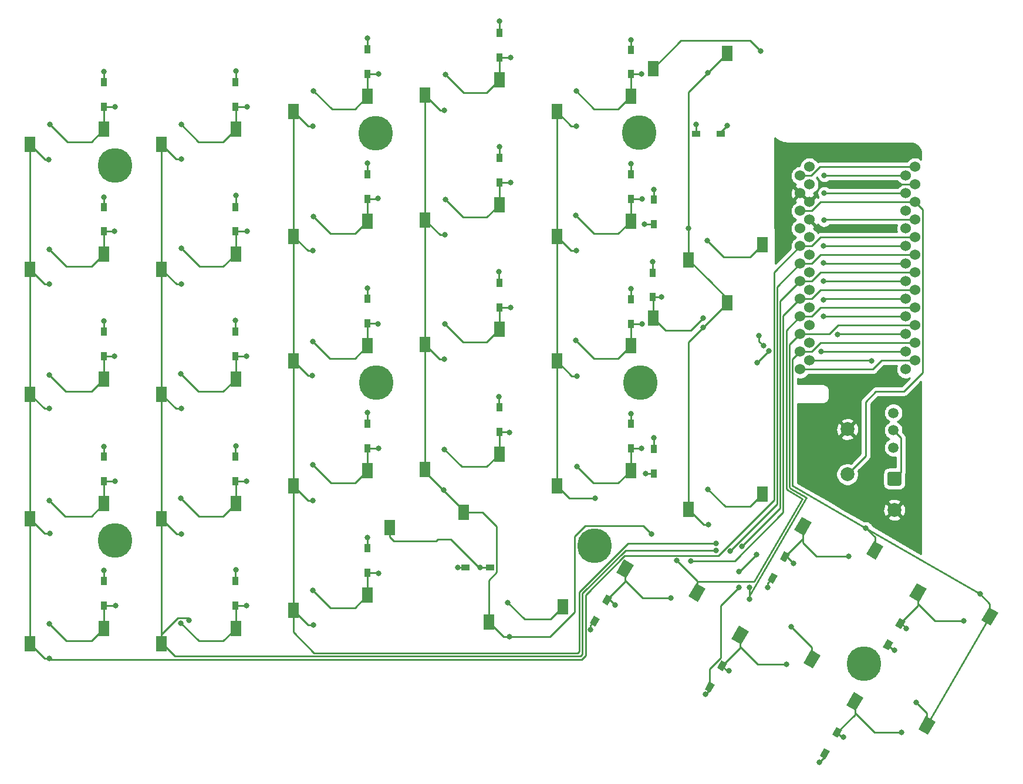
<source format=gtl>
G04 #@! TF.GenerationSoftware,KiCad,Pcbnew,(5.1.9-0-10_14)*
G04 #@! TF.CreationDate,2021-11-12T15:23:44+01:00*
G04 #@! TF.ProjectId,tairakb,74616972-616b-4622-9e6b-696361645f70,1.1*
G04 #@! TF.SameCoordinates,Original*
G04 #@! TF.FileFunction,Copper,L1,Top*
G04 #@! TF.FilePolarity,Positive*
%FSLAX46Y46*%
G04 Gerber Fmt 4.6, Leading zero omitted, Abs format (unit mm)*
G04 Created by KiCad (PCBNEW (5.1.9-0-10_14)) date 2021-11-12 15:23:44*
%MOMM*%
%LPD*%
G01*
G04 APERTURE LIST*
G04 #@! TA.AperFunction,ComponentPad*
%ADD10C,2.000000*%
G04 #@! TD*
G04 #@! TA.AperFunction,ComponentPad*
%ADD11C,1.500000*%
G04 #@! TD*
G04 #@! TA.AperFunction,SMDPad,CuDef*
%ADD12C,0.100000*%
G04 #@! TD*
G04 #@! TA.AperFunction,SMDPad,CuDef*
%ADD13R,0.950000X1.300000*%
G04 #@! TD*
G04 #@! TA.AperFunction,SMDPad,CuDef*
%ADD14R,1.300000X0.950000*%
G04 #@! TD*
G04 #@! TA.AperFunction,ComponentPad*
%ADD15C,1.524000*%
G04 #@! TD*
G04 #@! TA.AperFunction,ComponentPad*
%ADD16C,5.000000*%
G04 #@! TD*
G04 #@! TA.AperFunction,SMDPad,CuDef*
%ADD17R,1.600000X2.200000*%
G04 #@! TD*
G04 #@! TA.AperFunction,ViaPad*
%ADD18C,0.800000*%
G04 #@! TD*
G04 #@! TA.AperFunction,Conductor*
%ADD19C,0.250000*%
G04 #@! TD*
G04 #@! TA.AperFunction,Conductor*
%ADD20C,0.254000*%
G04 #@! TD*
G04 #@! TA.AperFunction,Conductor*
%ADD21C,0.100000*%
G04 #@! TD*
G04 APERTURE END LIST*
D10*
X202365000Y-107451000D03*
X202365000Y-100951000D03*
D11*
X209000000Y-103600000D03*
X209000000Y-101100000D03*
X209000000Y-98600000D03*
D10*
X209141000Y-112587000D03*
G04 #@! TA.AperFunction,ComponentPad*
G36*
G01*
X208391000Y-107087000D02*
X209891000Y-107087000D01*
G75*
G02*
X210141000Y-107337000I0J-250000D01*
G01*
X210141000Y-108837000D01*
G75*
G02*
X209891000Y-109087000I-250000J0D01*
G01*
X208391000Y-109087000D01*
G75*
G02*
X208141000Y-108837000I0J250000D01*
G01*
X208141000Y-107337000D01*
G75*
G02*
X208391000Y-107087000I250000J0D01*
G01*
G37*
G04 #@! TD.AperFunction*
G04 #@! TA.AperFunction,SMDPad,CuDef*
D12*
G36*
X199208862Y-148559612D02*
G01*
X198386138Y-148084612D01*
X199036138Y-146958778D01*
X199858862Y-147433778D01*
X199208862Y-148559612D01*
G37*
G04 #@! TD.AperFunction*
G04 #@! TA.AperFunction,SMDPad,CuDef*
G36*
X200983862Y-145485222D02*
G01*
X200161138Y-145010222D01*
X200811138Y-143884388D01*
X201633862Y-144359388D01*
X200983862Y-145485222D01*
G37*
G04 #@! TD.AperFunction*
G04 #@! TA.AperFunction,SMDPad,CuDef*
G36*
X208314862Y-132847612D02*
G01*
X207492138Y-132372612D01*
X208142138Y-131246778D01*
X208964862Y-131721778D01*
X208314862Y-132847612D01*
G37*
G04 #@! TD.AperFunction*
G04 #@! TA.AperFunction,SMDPad,CuDef*
G36*
X210089862Y-129773222D02*
G01*
X209267138Y-129298222D01*
X209917138Y-128172388D01*
X210739862Y-128647388D01*
X210089862Y-129773222D01*
G37*
G04 #@! TD.AperFunction*
G04 #@! TA.AperFunction,SMDPad,CuDef*
G36*
X191676862Y-123238612D02*
G01*
X190854138Y-122763612D01*
X191504138Y-121637778D01*
X192326862Y-122112778D01*
X191676862Y-123238612D01*
G37*
G04 #@! TD.AperFunction*
G04 #@! TA.AperFunction,SMDPad,CuDef*
G36*
X193451862Y-120164222D02*
G01*
X192629138Y-119689222D01*
X193279138Y-118563388D01*
X194101862Y-119038388D01*
X193451862Y-120164222D01*
G37*
G04 #@! TD.AperFunction*
G04 #@! TA.AperFunction,SMDPad,CuDef*
G36*
X182616862Y-138957612D02*
G01*
X181794138Y-138482612D01*
X182444138Y-137356778D01*
X183266862Y-137831778D01*
X182616862Y-138957612D01*
G37*
G04 #@! TD.AperFunction*
G04 #@! TA.AperFunction,SMDPad,CuDef*
G36*
X184391862Y-135883222D02*
G01*
X183569138Y-135408222D01*
X184219138Y-134282388D01*
X185041862Y-134757388D01*
X184391862Y-135883222D01*
G37*
G04 #@! TD.AperFunction*
D13*
X174431000Y-103785000D03*
X174431000Y-107335000D03*
X174259000Y-78352000D03*
X174259000Y-81902000D03*
X174431000Y-67785000D03*
X174431000Y-71335000D03*
D14*
X180511000Y-58331000D03*
X184061000Y-58331000D03*
G04 #@! TA.AperFunction,SMDPad,CuDef*
D12*
G36*
X166023862Y-129431612D02*
G01*
X165201138Y-128956612D01*
X165851138Y-127830778D01*
X166673862Y-128305778D01*
X166023862Y-129431612D01*
G37*
G04 #@! TD.AperFunction*
G04 #@! TA.AperFunction,SMDPad,CuDef*
G36*
X167798862Y-126357222D02*
G01*
X166976138Y-125882222D01*
X167626138Y-124756388D01*
X168448862Y-125231388D01*
X167798862Y-126357222D01*
G37*
G04 #@! TD.AperFunction*
D13*
X171132000Y-100177000D03*
X171132000Y-103727000D03*
X171132000Y-82177000D03*
X171132000Y-85727000D03*
X171132000Y-64177000D03*
X171132000Y-67727000D03*
X171132000Y-46177000D03*
X171132000Y-49727000D03*
D14*
X147243000Y-120856000D03*
X150793000Y-120856000D03*
D13*
X152150000Y-97795000D03*
X152150000Y-101345000D03*
X152150000Y-79795000D03*
X152150000Y-83345000D03*
X152150000Y-61795000D03*
X152150000Y-65345000D03*
X152150000Y-43795000D03*
X152150000Y-47345000D03*
X133133000Y-118140000D03*
X133133000Y-121690000D03*
X133133000Y-100140000D03*
X133133000Y-103690000D03*
X133133000Y-82140000D03*
X133133000Y-85690000D03*
X133133000Y-64140000D03*
X133133000Y-67690000D03*
X133133000Y-46140000D03*
X133133000Y-49690000D03*
X114118000Y-122865000D03*
X114118000Y-126415000D03*
X114118000Y-104865000D03*
X114118000Y-108415000D03*
X114118000Y-86865000D03*
X114118000Y-90415000D03*
X114118000Y-68865000D03*
X114118000Y-72415000D03*
X114118000Y-50865000D03*
X114118000Y-54415000D03*
X95118000Y-122865000D03*
X95118000Y-126415000D03*
X95118000Y-104865000D03*
X95118000Y-108415000D03*
X95118000Y-86865000D03*
X95118000Y-90415000D03*
X95118000Y-68865000D03*
X95118000Y-72415000D03*
X95118000Y-50865000D03*
X95118000Y-54415000D03*
D15*
X210795000Y-64363600D03*
X210795000Y-66903600D03*
X210795000Y-69443600D03*
X210795000Y-71983600D03*
X210795000Y-74523600D03*
X210795000Y-77063600D03*
X210795000Y-79603600D03*
X210795000Y-82143600D03*
X210795000Y-84683600D03*
X210795000Y-87223600D03*
X210795000Y-89763600D03*
X210795000Y-92303600D03*
X195555000Y-92303600D03*
X195555000Y-89763600D03*
X195555000Y-87223600D03*
X195555000Y-84683600D03*
X195555000Y-82143600D03*
X195555000Y-79603600D03*
X195555000Y-77063600D03*
X195555000Y-74523600D03*
X195555000Y-71983600D03*
X195555000Y-69443600D03*
X195555000Y-66903600D03*
X195555000Y-64363600D03*
X212101400Y-63093600D03*
X212101400Y-65633600D03*
X212101400Y-68173600D03*
X212101400Y-70713600D03*
X212101400Y-73253600D03*
X212101400Y-75793600D03*
X212101400Y-78333600D03*
X212101400Y-80873600D03*
X212101400Y-83413600D03*
X212101400Y-85953600D03*
X212101400Y-88493600D03*
X212101400Y-91033600D03*
X196881400Y-91033600D03*
X196881400Y-88493600D03*
X196881400Y-85953600D03*
X196881400Y-83413600D03*
X196881400Y-80873600D03*
X196881400Y-78333600D03*
X196881400Y-75793600D03*
X196881400Y-73253600D03*
X196881400Y-70713600D03*
X196881400Y-68173600D03*
X196881400Y-65633600D03*
X196881400Y-63093600D03*
G04 #@! TA.AperFunction,SMDPad,CuDef*
D12*
G36*
X202225579Y-140788334D02*
G01*
X203325579Y-138883078D01*
X204711219Y-139683078D01*
X203611219Y-141588334D01*
X202225579Y-140788334D01*
G37*
G04 #@! TD.AperFunction*
G04 #@! TA.AperFunction,SMDPad,CuDef*
G36*
X212592051Y-144233078D02*
G01*
X213692051Y-142327822D01*
X215077691Y-143127822D01*
X213977691Y-145033078D01*
X212592051Y-144233078D01*
G37*
G04 #@! TD.AperFunction*
G04 #@! TA.AperFunction,SMDPad,CuDef*
G36*
X194725579Y-115508334D02*
G01*
X195825579Y-113603078D01*
X197211219Y-114403078D01*
X196111219Y-116308334D01*
X194725579Y-115508334D01*
G37*
G04 #@! TD.AperFunction*
G04 #@! TA.AperFunction,SMDPad,CuDef*
G36*
X205092051Y-118953078D02*
G01*
X206192051Y-117047822D01*
X207577691Y-117847822D01*
X206477691Y-119753078D01*
X205092051Y-118953078D01*
G37*
G04 #@! TD.AperFunction*
D16*
X172365000Y-58174000D03*
X134379000Y-94204000D03*
X204723000Y-134762000D03*
X165870000Y-117730000D03*
X172463000Y-94248000D03*
X96694000Y-116997000D03*
X134342000Y-58240000D03*
X96755000Y-62896000D03*
D17*
X161341000Y-126560000D03*
X150641000Y-128760000D03*
X133145000Y-52913000D03*
X122445000Y-55113000D03*
G04 #@! TA.AperFunction,SMDPad,CuDef*
D12*
G36*
X211295579Y-125070334D02*
G01*
X212395579Y-123165078D01*
X213781219Y-123965078D01*
X212681219Y-125870334D01*
X211295579Y-125070334D01*
G37*
G04 #@! TD.AperFunction*
G04 #@! TA.AperFunction,SMDPad,CuDef*
G36*
X221662051Y-128515078D02*
G01*
X222762051Y-126609822D01*
X224147691Y-127409822D01*
X223047691Y-129315078D01*
X221662051Y-128515078D01*
G37*
G04 #@! TD.AperFunction*
G04 #@! TA.AperFunction,SMDPad,CuDef*
G36*
X185655579Y-131219334D02*
G01*
X186755579Y-129314078D01*
X188141219Y-130114078D01*
X187041219Y-132019334D01*
X185655579Y-131219334D01*
G37*
G04 #@! TD.AperFunction*
G04 #@! TA.AperFunction,SMDPad,CuDef*
G36*
X196022051Y-134664078D02*
G01*
X197122051Y-132758822D01*
X198507691Y-133558822D01*
X197407691Y-135464078D01*
X196022051Y-134664078D01*
G37*
G04 #@! TD.AperFunction*
D17*
X190145000Y-110294000D03*
X179445000Y-112494000D03*
X174345000Y-84894000D03*
X185045000Y-82694000D03*
X190145000Y-74294000D03*
X179445000Y-76494000D03*
X174345000Y-48894000D03*
X185045000Y-46694000D03*
G04 #@! TA.AperFunction,SMDPad,CuDef*
D12*
G36*
X169070579Y-121634334D02*
G01*
X170170579Y-119729078D01*
X171556219Y-120529078D01*
X170456219Y-122434334D01*
X169070579Y-121634334D01*
G37*
G04 #@! TD.AperFunction*
G04 #@! TA.AperFunction,SMDPad,CuDef*
G36*
X179437051Y-125079078D02*
G01*
X180537051Y-123173822D01*
X181922691Y-123973822D01*
X180822691Y-125879078D01*
X179437051Y-125079078D01*
G37*
G04 #@! TD.AperFunction*
D17*
X171145000Y-106913000D03*
X160445000Y-109113000D03*
X171145000Y-88913000D03*
X160445000Y-91113000D03*
X171145000Y-70913000D03*
X160445000Y-73113000D03*
X171145000Y-52913000D03*
X160445000Y-55113000D03*
X136345000Y-115132000D03*
X147045000Y-112932000D03*
X152145000Y-104532000D03*
X141445000Y-106732000D03*
X152145000Y-86532000D03*
X141445000Y-88732000D03*
X152145000Y-68532000D03*
X141445000Y-70732000D03*
X152145000Y-50532000D03*
X141445000Y-52732000D03*
X133145000Y-124913000D03*
X122445000Y-127113000D03*
X133145000Y-106913000D03*
X122445000Y-109113000D03*
X133145000Y-88913000D03*
X122445000Y-91113000D03*
X133145000Y-70913000D03*
X122445000Y-73113000D03*
X114145000Y-129675000D03*
X103445000Y-131875000D03*
X114145000Y-111675000D03*
X103445000Y-113875000D03*
X114145000Y-93675000D03*
X103445000Y-95875000D03*
X114145000Y-75675000D03*
X103445000Y-77875000D03*
X114145000Y-57675000D03*
X103445000Y-59875000D03*
X95145000Y-129675000D03*
X84445000Y-131875000D03*
X95145000Y-111675000D03*
X84445000Y-113875000D03*
X95145000Y-93675000D03*
X84445000Y-95875000D03*
X95145000Y-75675000D03*
X84445000Y-77875000D03*
X95145000Y-57675000D03*
X84445000Y-59875000D03*
D18*
X212330147Y-140392770D03*
X221511651Y-124733323D03*
X205028773Y-115223274D03*
X95097000Y-67449000D03*
X114127000Y-67215000D03*
X133137000Y-62595000D03*
X152155000Y-60186000D03*
X171125000Y-62625000D03*
X174424000Y-66328000D03*
X198878000Y-82255000D03*
X95096000Y-85328000D03*
X114093000Y-85215000D03*
X133137000Y-80561000D03*
X152125000Y-78219000D03*
X190863000Y-123789000D03*
X171126000Y-80635000D03*
X174239000Y-76784000D03*
X189637000Y-87429000D03*
X190293000Y-88914000D03*
X198903600Y-84683600D03*
X95152000Y-103411000D03*
X114130000Y-103355000D03*
X133137000Y-98529000D03*
X152123000Y-96233000D03*
X209150000Y-132813000D03*
X171127000Y-98677000D03*
X174432000Y-102218000D03*
X200974000Y-87266000D03*
X95152000Y-121284000D03*
X114131000Y-121252000D03*
X133137000Y-116540000D03*
X146160000Y-120863000D03*
X165319000Y-129858000D03*
X181937000Y-139163000D03*
X198321000Y-149040000D03*
X191042939Y-89648000D03*
X189331000Y-91386000D03*
X189305000Y-119011000D03*
X186749000Y-121516000D03*
X186749000Y-123766000D03*
X198571000Y-89772000D03*
X198980000Y-70801000D03*
X87162000Y-62041000D03*
X87274336Y-79974797D03*
X87273920Y-97974803D03*
X87332717Y-115973170D03*
X87281993Y-133974676D03*
X106264000Y-116051000D03*
X106301624Y-97974239D03*
X106260000Y-80018000D03*
X106261095Y-61974940D03*
X107435000Y-128490000D03*
X185426654Y-118522654D03*
X183448487Y-118450210D03*
X125345079Y-129210616D03*
X125272441Y-111212823D03*
X125195208Y-93212412D03*
X125269643Y-75212858D03*
X125230000Y-57265000D03*
X187149307Y-117825307D03*
X183423047Y-117450532D03*
X144107000Y-109755000D03*
X144182069Y-90831059D03*
X144287000Y-72878000D03*
X144211000Y-54929000D03*
X153619000Y-130883000D03*
X179795000Y-119934000D03*
X174144000Y-116085000D03*
X177746276Y-119916724D03*
X165991999Y-110938001D03*
X163332000Y-93289000D03*
X163296079Y-75212380D03*
X163258401Y-57212959D03*
X194281776Y-129452224D03*
X182299000Y-114683000D03*
X182249000Y-49490000D03*
X188270000Y-125477000D03*
X188270000Y-123789001D03*
X181581499Y-86260499D03*
X179445000Y-71953000D03*
X198878000Y-76988000D03*
X198929000Y-74483000D03*
X199031000Y-66864000D03*
X199031000Y-64358000D03*
X205883000Y-91052000D03*
X95097000Y-49361000D03*
X114127000Y-49289000D03*
X133135000Y-44536000D03*
X152152000Y-42089000D03*
X171125000Y-44738000D03*
X180510000Y-56992000D03*
X198878000Y-79545000D03*
X87325000Y-56989000D03*
X96726000Y-54413000D03*
X87279000Y-75042000D03*
X96671000Y-72387000D03*
X87278000Y-93135000D03*
X96671000Y-90434000D03*
X87278000Y-111211000D03*
X96727000Y-108463000D03*
X87224000Y-129023000D03*
X96782000Y-126390000D03*
X106260000Y-57008000D03*
X115760000Y-54410000D03*
X106260000Y-74860000D03*
X115760000Y-72410000D03*
X106226000Y-92941000D03*
X115726000Y-90410000D03*
X106226000Y-110930000D03*
X115688000Y-108439000D03*
X106226000Y-128934000D03*
X115653000Y-126410000D03*
X125379000Y-52107000D03*
X134731000Y-49695000D03*
X125306000Y-70223000D03*
X134695000Y-67679000D03*
X125270000Y-88317000D03*
X134696000Y-85719000D03*
X125233000Y-106053000D03*
X134733000Y-103688000D03*
X125270000Y-124178000D03*
X134733000Y-121698000D03*
X144396000Y-49771000D03*
X153785000Y-47322000D03*
X144399000Y-67794000D03*
X153751000Y-65381000D03*
X144294000Y-85716000D03*
X153758000Y-83378000D03*
X144255000Y-103854000D03*
X153644000Y-101428000D03*
X149426000Y-120863000D03*
X153396000Y-125947000D03*
X163258000Y-52177000D03*
X172647000Y-49727000D03*
X163183000Y-70121000D03*
X172721000Y-67709000D03*
X163221000Y-88131000D03*
X172722000Y-85719000D03*
X163371000Y-106359000D03*
X172649000Y-103725000D03*
X176897000Y-125256000D03*
X168844000Y-126295000D03*
X189862000Y-46378000D03*
X185043501Y-57108501D03*
X182180000Y-73754000D03*
X173088000Y-71338000D03*
X181587000Y-84911000D03*
X175575000Y-81868000D03*
X182225000Y-109598000D03*
X173244000Y-107377000D03*
X185277000Y-135823000D03*
X193552000Y-134821000D03*
X202553000Y-119262000D03*
X194574000Y-120264000D03*
X219133000Y-128619000D03*
X210857000Y-129658000D03*
X201810000Y-145328000D03*
X210160000Y-144660000D03*
D19*
X197220162Y-89763600D02*
X195555000Y-89763600D01*
X198490162Y-88493600D02*
X197220162Y-89763600D01*
X212101400Y-88493600D02*
X198490162Y-88493600D01*
X213834871Y-141897494D02*
X212330147Y-140392770D01*
X213834871Y-143680450D02*
X213834871Y-141897494D01*
X222904871Y-126126543D02*
X221511651Y-124733323D01*
X222904871Y-127962450D02*
X222904871Y-126126543D01*
X206334871Y-116529372D02*
X205028773Y-115223274D01*
X206334871Y-118400450D02*
X206334871Y-116529372D01*
X213834871Y-143680450D02*
X222904871Y-127962450D01*
X221511651Y-124733323D02*
X205028773Y-115223274D01*
X194467999Y-109120121D02*
X194498439Y-109150561D01*
X195555000Y-89763600D02*
X194467999Y-90850601D01*
X194467999Y-90850601D02*
X194467999Y-109120121D01*
X205028773Y-115223274D02*
X194498439Y-109150561D01*
X95118000Y-67470000D02*
X95097000Y-67449000D01*
X95118000Y-68865000D02*
X95118000Y-67470000D01*
X114127000Y-68856000D02*
X114118000Y-68865000D01*
X114127000Y-67215000D02*
X114127000Y-68856000D01*
X133137000Y-64136000D02*
X133133000Y-64140000D01*
X133137000Y-62595000D02*
X133137000Y-64136000D01*
X152155000Y-61790000D02*
X152150000Y-61795000D01*
X152155000Y-60186000D02*
X152155000Y-61790000D01*
X171125000Y-64170000D02*
X171132000Y-64177000D01*
X171125000Y-62625000D02*
X171125000Y-64170000D01*
X174431000Y-66335000D02*
X174424000Y-66328000D01*
X174431000Y-67785000D02*
X174431000Y-66335000D01*
X198989400Y-82143600D02*
X198878000Y-82255000D01*
X210795000Y-82143600D02*
X198989400Y-82143600D01*
X95096000Y-86843000D02*
X95118000Y-86865000D01*
X95096000Y-85328000D02*
X95096000Y-86843000D01*
X114093000Y-86840000D02*
X114118000Y-86865000D01*
X114093000Y-85215000D02*
X114093000Y-86840000D01*
X133137000Y-82136000D02*
X133133000Y-82140000D01*
X133137000Y-80561000D02*
X133137000Y-82136000D01*
X152125000Y-79770000D02*
X152150000Y-79795000D01*
X152125000Y-78219000D02*
X152125000Y-79770000D01*
X190863000Y-123165695D02*
X191590500Y-122438195D01*
X190863000Y-123789000D02*
X190863000Y-123165695D01*
X171132000Y-80641000D02*
X171126000Y-80635000D01*
X171132000Y-82177000D02*
X171132000Y-80641000D01*
X174239000Y-78332000D02*
X174259000Y-78352000D01*
X174239000Y-76784000D02*
X174239000Y-78332000D01*
X189637000Y-87429000D02*
X189637000Y-88258000D01*
X189637000Y-88258000D02*
X190293000Y-88914000D01*
X210795000Y-84683600D02*
X198903600Y-84683600D01*
X95118000Y-103445000D02*
X95152000Y-103411000D01*
X95118000Y-104865000D02*
X95118000Y-103445000D01*
X114118000Y-103367000D02*
X114130000Y-103355000D01*
X114118000Y-104865000D02*
X114118000Y-103367000D01*
X133137000Y-100136000D02*
X133133000Y-100140000D01*
X133137000Y-98529000D02*
X133137000Y-100136000D01*
X152123000Y-97768000D02*
X152150000Y-97795000D01*
X152123000Y-96233000D02*
X152123000Y-97768000D01*
X208994305Y-132813000D02*
X208228500Y-132047195D01*
X209150000Y-132813000D02*
X208994305Y-132813000D01*
X171127000Y-100172000D02*
X171132000Y-100177000D01*
X171127000Y-98677000D02*
X171127000Y-100172000D01*
X174431000Y-102219000D02*
X174432000Y-102218000D01*
X174431000Y-103785000D02*
X174431000Y-102219000D01*
X201016400Y-87223600D02*
X200974000Y-87266000D01*
X210795000Y-87223600D02*
X201016400Y-87223600D01*
X95152000Y-122831000D02*
X95118000Y-122865000D01*
X95152000Y-121284000D02*
X95152000Y-122831000D01*
X114118000Y-121265000D02*
X114131000Y-121252000D01*
X114118000Y-122865000D02*
X114118000Y-121265000D01*
X133137000Y-118136000D02*
X133133000Y-118140000D01*
X133137000Y-116540000D02*
X133137000Y-118136000D01*
X146167000Y-120856000D02*
X146160000Y-120863000D01*
X147243000Y-120856000D02*
X146167000Y-120856000D01*
X165319000Y-129249695D02*
X165937500Y-128631195D01*
X165319000Y-129858000D02*
X165319000Y-129249695D01*
X182530500Y-138569500D02*
X181937000Y-139163000D01*
X182530500Y-138157195D02*
X182530500Y-138569500D01*
X199122500Y-148238500D02*
X198321000Y-149040000D01*
X199122500Y-147759195D02*
X199122500Y-148238500D01*
X191042939Y-89674061D02*
X189331000Y-91386000D01*
X191042939Y-89648000D02*
X191042939Y-89674061D01*
X186800000Y-121516000D02*
X186749000Y-121516000D01*
X189305000Y-119011000D02*
X186800000Y-121516000D01*
X184084512Y-133957378D02*
X182530500Y-135511390D01*
X182530500Y-135511390D02*
X182530500Y-138157195D01*
X184084512Y-126430488D02*
X184084512Y-133957378D01*
X186749000Y-123766000D02*
X184084512Y-126430488D01*
X198579400Y-89763600D02*
X198571000Y-89772000D01*
X210795000Y-89763600D02*
X198579400Y-89763600D01*
X212101400Y-65633600D02*
X209335600Y-65633600D01*
X197220162Y-69443600D02*
X195555000Y-69443600D01*
X198490162Y-68173600D02*
X197220162Y-69443600D01*
X212101400Y-68173600D02*
X198490162Y-68173600D01*
X213188401Y-69260601D02*
X213188401Y-92820597D01*
X212101400Y-68173600D02*
X213188401Y-69260601D01*
X205000000Y-104816000D02*
X202365000Y-107451000D01*
X205000000Y-101008998D02*
X205000000Y-104816000D01*
X210504499Y-95504499D02*
X206495501Y-95504499D01*
X213188401Y-92820597D02*
X210504499Y-95504499D01*
X205004499Y-96995501D02*
X205004499Y-101004499D01*
X206495501Y-95504499D02*
X205004499Y-96995501D01*
X205004499Y-101004499D02*
X205000000Y-101008998D01*
X199067400Y-70713600D02*
X198980000Y-70801000D01*
X212101400Y-70713600D02*
X199067400Y-70713600D01*
X84445000Y-131875000D02*
X84445000Y-113875000D01*
X84445000Y-95875000D02*
X84445000Y-113875000D01*
X84445000Y-83376002D02*
X84445000Y-77875000D01*
X84445000Y-95875000D02*
X84445000Y-83376002D01*
X84445000Y-59875000D02*
X84445000Y-77875000D01*
X86611000Y-62041000D02*
X87162000Y-62041000D01*
X84445000Y-59875000D02*
X86611000Y-62041000D01*
X86544797Y-79974797D02*
X87274336Y-79974797D01*
X84445000Y-77875000D02*
X86544797Y-79974797D01*
X86544803Y-97974803D02*
X87273920Y-97974803D01*
X84445000Y-95875000D02*
X86544803Y-97974803D01*
X86543170Y-115973170D02*
X87332717Y-115973170D01*
X84445000Y-113875000D02*
X86543170Y-115973170D01*
X86544676Y-133974676D02*
X87281993Y-133974676D01*
X84445000Y-131875000D02*
X86544676Y-133974676D01*
X197220162Y-74523600D02*
X195555000Y-74523600D01*
X198490162Y-73253600D02*
X197220162Y-74523600D01*
X212101400Y-73253600D02*
X198490162Y-73253600D01*
X191767939Y-111156063D02*
X191767939Y-78310661D01*
X170248300Y-119191723D02*
X183732279Y-119191723D01*
X164593999Y-133616001D02*
X164593999Y-124846024D01*
X164593999Y-124846024D02*
X170248300Y-119191723D01*
X164059989Y-134150011D02*
X164593999Y-133616001D01*
X87457328Y-134150011D02*
X164059989Y-134150011D01*
X191767939Y-78310661D02*
X195555000Y-74523600D01*
X183732279Y-119191723D02*
X191767939Y-111156063D01*
X87281993Y-133974676D02*
X87457328Y-134150011D01*
X103445000Y-131875000D02*
X103445000Y-113875000D01*
X103445000Y-113875000D02*
X103445000Y-95875000D01*
X103445000Y-95875000D02*
X103445000Y-77875000D01*
X103445000Y-77875000D02*
X103445000Y-59875000D01*
X197220162Y-77063600D02*
X195555000Y-77063600D01*
X198490162Y-75793600D02*
X197220162Y-77063600D01*
X212101400Y-75793600D02*
X198490162Y-75793600D01*
X105621000Y-116051000D02*
X106264000Y-116051000D01*
X103445000Y-113875000D02*
X105621000Y-116051000D01*
X105544239Y-97974239D02*
X106301624Y-97974239D01*
X103445000Y-95875000D02*
X105544239Y-97974239D01*
X105588000Y-80018000D02*
X106260000Y-80018000D01*
X103445000Y-77875000D02*
X105588000Y-80018000D01*
X105544940Y-61974940D02*
X106261095Y-61974940D01*
X103445000Y-59875000D02*
X105544940Y-61974940D01*
X107153999Y-128208999D02*
X107435000Y-128490000D01*
X105761001Y-128208999D02*
X107153999Y-128208999D01*
X103445000Y-130525000D02*
X105761001Y-128208999D01*
X103445000Y-131875000D02*
X103445000Y-130525000D01*
X192217949Y-80400651D02*
X192217949Y-108358800D01*
X195555000Y-77063600D02*
X192217949Y-80400651D01*
X192217949Y-108358800D02*
X192217949Y-108183000D01*
X192217949Y-111731359D02*
X185426654Y-118522654D01*
X192217949Y-108358800D02*
X192217949Y-111731359D01*
X170353403Y-118450210D02*
X183448487Y-118450210D01*
X164143989Y-124659624D02*
X170353403Y-118450210D01*
X164143989Y-133403011D02*
X164143989Y-124659624D01*
X163846999Y-133700001D02*
X164143989Y-133403011D01*
X103543998Y-131875000D02*
X105368999Y-133700001D01*
X105368999Y-133700001D02*
X163846999Y-133700001D01*
X103445000Y-131875000D02*
X103543998Y-131875000D01*
X122445000Y-127113000D02*
X122445000Y-109113000D01*
X122445000Y-109113000D02*
X122445000Y-91113000D01*
X122445000Y-91113000D02*
X122445000Y-73113000D01*
X122445000Y-73113000D02*
X122445000Y-55113000D01*
X197220162Y-79603600D02*
X195555000Y-79603600D01*
X198490162Y-78333600D02*
X197220162Y-79603600D01*
X212101400Y-78333600D02*
X198490162Y-78333600D01*
X124542616Y-129210616D02*
X125345079Y-129210616D01*
X122445000Y-127113000D02*
X124542616Y-129210616D01*
X124544823Y-111212823D02*
X125272441Y-111212823D01*
X122445000Y-109113000D02*
X124544823Y-111212823D01*
X124544412Y-93212412D02*
X125195208Y-93212412D01*
X122445000Y-91113000D02*
X124544412Y-93212412D01*
X124544858Y-75212858D02*
X125269643Y-75212858D01*
X122445000Y-73113000D02*
X124544858Y-75212858D01*
X124597000Y-57265000D02*
X125230000Y-57265000D01*
X122445000Y-55113000D02*
X124597000Y-57265000D01*
X192667959Y-82490641D02*
X192667959Y-108172400D01*
X195555000Y-79603600D02*
X192667959Y-82490641D01*
X192667959Y-112306655D02*
X187149307Y-117825307D01*
X192667959Y-108172400D02*
X192667959Y-112306655D01*
X170716671Y-117450532D02*
X183423047Y-117450532D01*
X163693979Y-133022611D02*
X163693980Y-124473223D01*
X163466599Y-133249991D02*
X163693979Y-133022611D01*
X125456000Y-133249991D02*
X163466599Y-133249991D01*
X163693980Y-124473223D02*
X170716671Y-117450532D01*
X122445000Y-130238991D02*
X125456000Y-133249991D01*
X122445000Y-127113000D02*
X122445000Y-130238991D01*
X147045000Y-112932000D02*
X147045000Y-112671000D01*
X141445000Y-107071000D02*
X141445000Y-106732000D01*
X141445000Y-106732000D02*
X141445000Y-88732000D01*
X141445000Y-88732000D02*
X141445000Y-70732000D01*
X141445000Y-70732000D02*
X141445000Y-52732000D01*
X149746002Y-112932000D02*
X147045000Y-112932000D01*
X151768001Y-114953999D02*
X149746002Y-112932000D01*
X151768001Y-121591001D02*
X151768001Y-114953999D01*
X150641000Y-122718002D02*
X151768001Y-121591001D01*
X150641000Y-128760000D02*
X150641000Y-122718002D01*
X197220162Y-82143600D02*
X195555000Y-82143600D01*
X198490162Y-80873600D02*
X197220162Y-82143600D01*
X212101400Y-80873600D02*
X198490162Y-80873600D01*
X144133000Y-109781000D02*
X144107000Y-109755000D01*
X144155000Y-109781000D02*
X144133000Y-109781000D01*
X147045000Y-112671000D02*
X144155000Y-109781000D01*
X144155000Y-109781000D02*
X141445000Y-107071000D01*
X143544059Y-90831059D02*
X144182069Y-90831059D01*
X141445000Y-88732000D02*
X143544059Y-90831059D01*
X143591000Y-72878000D02*
X144287000Y-72878000D01*
X141445000Y-70732000D02*
X143591000Y-72878000D01*
X143642000Y-54929000D02*
X144211000Y-54929000D01*
X141445000Y-52732000D02*
X143642000Y-54929000D01*
X152764000Y-130883000D02*
X150641000Y-128760000D01*
X153619000Y-130883000D02*
X152764000Y-130883000D01*
X195555000Y-82143600D02*
X193117969Y-84580631D01*
X193117969Y-84580631D02*
X193117969Y-88387811D01*
X193117969Y-88387811D02*
X193117969Y-107986000D01*
X186113616Y-119934000D02*
X179795000Y-119934000D01*
X193117969Y-112929647D02*
X186113616Y-119934000D01*
X193117969Y-107986000D02*
X193117969Y-112929647D01*
X172963999Y-114904999D02*
X174144000Y-116085000D01*
X164513999Y-114904999D02*
X172963999Y-114904999D01*
X163044999Y-116373999D02*
X164513999Y-114904999D01*
X163044999Y-127341003D02*
X163044999Y-116373999D01*
X159503002Y-130883000D02*
X163044999Y-127341003D01*
X153619000Y-130883000D02*
X159503002Y-130883000D01*
X162270001Y-110938001D02*
X160445000Y-109113000D01*
X160445000Y-91113000D02*
X160445000Y-73113000D01*
X160445000Y-73113000D02*
X160445000Y-55113000D01*
X197220162Y-84683600D02*
X195555000Y-84683600D01*
X198490162Y-83413600D02*
X197220162Y-84683600D01*
X212101400Y-83413600D02*
X198490162Y-83413600D01*
X180679871Y-122850319D02*
X177746276Y-119916724D01*
X165991999Y-110938001D02*
X162270001Y-110938001D01*
X162621000Y-93289000D02*
X163332000Y-93289000D01*
X160445000Y-91113000D02*
X162621000Y-93289000D01*
X162544380Y-75212380D02*
X163296079Y-75212380D01*
X160445000Y-73113000D02*
X162544380Y-75212380D01*
X162544959Y-57212959D02*
X163258401Y-57212959D01*
X160445000Y-55113000D02*
X162544959Y-57212959D01*
X160445000Y-94691000D02*
X160445000Y-91113000D01*
X160445000Y-109113000D02*
X160445000Y-94691000D01*
X189019719Y-122789174D02*
X188900022Y-122908871D01*
X193725871Y-109743985D02*
X195868366Y-110979534D01*
X193567980Y-109586093D02*
X193725871Y-109743985D01*
X195868366Y-110979534D02*
X189019719Y-122789174D01*
X195555000Y-84683600D02*
X193567979Y-86670621D01*
X193567979Y-86670621D02*
X193567980Y-109586093D01*
X180679871Y-122908871D02*
X180679871Y-122850319D01*
X188900022Y-122908871D02*
X180679871Y-122908871D01*
X180679871Y-124526450D02*
X180679871Y-122908871D01*
X197264871Y-134111450D02*
X197264871Y-132435319D01*
X185045000Y-82796998D02*
X185045000Y-82694000D01*
X179445000Y-112494000D02*
X179445000Y-88396998D01*
X185045000Y-82694000D02*
X185045000Y-82094000D01*
X199760162Y-87223600D02*
X195555000Y-87223600D01*
X201030162Y-85953600D02*
X199760162Y-87223600D01*
X212101400Y-85953600D02*
X201030162Y-85953600D01*
X197264871Y-132435319D02*
X194281776Y-129452224D01*
X181634000Y-114683000D02*
X182299000Y-114683000D01*
X179445000Y-112494000D02*
X181634000Y-114683000D01*
X182535500Y-79584500D02*
X179445000Y-76494000D01*
X185045000Y-82094000D02*
X182535500Y-79584500D01*
X182249000Y-49490000D02*
X185045000Y-46694000D01*
X179445000Y-52294000D02*
X182249000Y-49490000D01*
X179445000Y-111304998D02*
X179445000Y-112494000D01*
X194095058Y-109383590D02*
X194112155Y-109447273D01*
X194017989Y-109306521D02*
X194095058Y-109383590D01*
X194017989Y-88760611D02*
X194017989Y-109306521D01*
X195555000Y-87223600D02*
X194017989Y-88760611D01*
X194112155Y-109447273D02*
X196483954Y-110815060D01*
X196483954Y-110815060D02*
X188270000Y-124979000D01*
X188270000Y-124979000D02*
X188270000Y-123789001D01*
X188270000Y-125477000D02*
X188270000Y-124979000D01*
X181581499Y-86260499D02*
X185045000Y-82796998D01*
X179445000Y-88396998D02*
X181581499Y-86260499D01*
X179445000Y-76494000D02*
X179445000Y-71953000D01*
X179445000Y-71953000D02*
X179445000Y-52294000D01*
X206051398Y-92303600D02*
X195555000Y-92303600D01*
X207321398Y-91033600D02*
X206051398Y-92303600D01*
X212101400Y-91033600D02*
X207321398Y-91033600D01*
X198953600Y-77063600D02*
X198878000Y-76988000D01*
X210795000Y-77063600D02*
X198953600Y-77063600D01*
X198969600Y-74523600D02*
X198929000Y-74483000D01*
X210795000Y-74523600D02*
X198969600Y-74523600D01*
X199070600Y-66903600D02*
X199031000Y-66864000D01*
X210795000Y-66903600D02*
X199070600Y-66903600D01*
X199036600Y-64363600D02*
X199031000Y-64358000D01*
X210795000Y-64363600D02*
X199036600Y-64363600D01*
X197151400Y-64363600D02*
X195555000Y-64363600D01*
X198421400Y-63093600D02*
X197151400Y-64363600D01*
X212101400Y-63093600D02*
X198421400Y-63093600D01*
X210075001Y-107152999D02*
X210075001Y-102175001D01*
X210075001Y-102175001D02*
X209000000Y-101100000D01*
X209141000Y-108087000D02*
X210075001Y-107152999D01*
X205864600Y-91033600D02*
X205883000Y-91052000D01*
X196881400Y-91033600D02*
X205864600Y-91033600D01*
X95097000Y-50844000D02*
X95118000Y-50865000D01*
X95097000Y-49361000D02*
X95097000Y-50844000D01*
X114127000Y-50856000D02*
X114118000Y-50865000D01*
X114127000Y-49289000D02*
X114127000Y-50856000D01*
X133135000Y-46138000D02*
X133133000Y-46140000D01*
X133135000Y-44536000D02*
X133135000Y-46138000D01*
X152152000Y-43793000D02*
X152150000Y-43795000D01*
X152152000Y-42089000D02*
X152152000Y-43793000D01*
X171125000Y-46170000D02*
X171132000Y-46177000D01*
X171125000Y-44738000D02*
X171125000Y-46170000D01*
X180511000Y-56993000D02*
X180510000Y-56992000D01*
X180511000Y-58331000D02*
X180511000Y-56993000D01*
X198936600Y-79603600D02*
X198878000Y-79545000D01*
X210795000Y-79603600D02*
X198936600Y-79603600D01*
X95145000Y-54442000D02*
X95118000Y-54415000D01*
X95145000Y-57675000D02*
X95145000Y-54442000D01*
X93319999Y-59500001D02*
X95145000Y-57675000D01*
X89836001Y-59500001D02*
X93319999Y-59500001D01*
X87325000Y-56989000D02*
X89836001Y-59500001D01*
X95120000Y-54413000D02*
X95118000Y-54415000D01*
X96726000Y-54413000D02*
X95120000Y-54413000D01*
X95145000Y-72442000D02*
X95118000Y-72415000D01*
X95145000Y-75675000D02*
X95145000Y-72442000D01*
X93319999Y-77500001D02*
X95145000Y-75675000D01*
X89737001Y-77500001D02*
X93319999Y-77500001D01*
X87279000Y-75042000D02*
X89737001Y-77500001D01*
X96643000Y-72415000D02*
X96671000Y-72387000D01*
X95118000Y-72415000D02*
X96643000Y-72415000D01*
X95145000Y-90442000D02*
X95118000Y-90415000D01*
X95145000Y-93675000D02*
X95145000Y-90442000D01*
X93319999Y-95500001D02*
X95145000Y-93675000D01*
X89643001Y-95500001D02*
X93319999Y-95500001D01*
X87278000Y-93135000D02*
X89643001Y-95500001D01*
X96652000Y-90415000D02*
X96671000Y-90434000D01*
X95118000Y-90415000D02*
X96652000Y-90415000D01*
X95145000Y-108442000D02*
X95118000Y-108415000D01*
X95145000Y-111675000D02*
X95145000Y-108442000D01*
X89567001Y-113500001D02*
X93319999Y-113500001D01*
X93319999Y-113500001D02*
X95145000Y-111675000D01*
X87278000Y-111211000D02*
X89567001Y-113500001D01*
X95166000Y-108463000D02*
X95118000Y-108415000D01*
X96727000Y-108463000D02*
X95166000Y-108463000D01*
X95145000Y-126442000D02*
X95118000Y-126415000D01*
X95145000Y-129675000D02*
X95145000Y-126442000D01*
X93319999Y-131500001D02*
X95145000Y-129675000D01*
X89701001Y-131500001D02*
X93319999Y-131500001D01*
X87224000Y-129023000D02*
X89701001Y-131500001D01*
X96757000Y-126415000D02*
X96782000Y-126390000D01*
X95118000Y-126415000D02*
X96757000Y-126415000D01*
X112319999Y-59500001D02*
X114145000Y-57675000D01*
X108752001Y-59500001D02*
X112319999Y-59500001D01*
X106260000Y-57008000D02*
X108752001Y-59500001D01*
X114145000Y-54442000D02*
X114118000Y-54415000D01*
X114145000Y-57675000D02*
X114145000Y-54442000D01*
X115755000Y-54415000D02*
X115760000Y-54410000D01*
X114118000Y-54415000D02*
X115755000Y-54415000D01*
X112319999Y-77500001D02*
X114145000Y-75675000D01*
X108900001Y-77500001D02*
X112319999Y-77500001D01*
X106260000Y-74860000D02*
X108900001Y-77500001D01*
X114145000Y-72442000D02*
X114118000Y-72415000D01*
X114145000Y-75675000D02*
X114145000Y-72442000D01*
X115755000Y-72415000D02*
X115760000Y-72410000D01*
X114118000Y-72415000D02*
X115755000Y-72415000D01*
X112319999Y-95500001D02*
X114145000Y-93675000D01*
X108785001Y-95500001D02*
X112319999Y-95500001D01*
X106226000Y-92941000D02*
X108785001Y-95500001D01*
X114145000Y-90442000D02*
X114118000Y-90415000D01*
X114145000Y-93675000D02*
X114145000Y-90442000D01*
X115721000Y-90415000D02*
X115726000Y-90410000D01*
X114118000Y-90415000D02*
X115721000Y-90415000D01*
X112319999Y-113500001D02*
X114145000Y-111675000D01*
X108796001Y-113500001D02*
X112319999Y-113500001D01*
X106226000Y-110930000D02*
X108796001Y-113500001D01*
X114145000Y-108442000D02*
X114118000Y-108415000D01*
X114145000Y-111675000D02*
X114145000Y-108442000D01*
X114142000Y-108439000D02*
X114118000Y-108415000D01*
X115688000Y-108439000D02*
X114142000Y-108439000D01*
X108792001Y-131500001D02*
X112319999Y-131500001D01*
X112319999Y-131500001D02*
X114145000Y-129675000D01*
X106226000Y-128934000D02*
X108792001Y-131500001D01*
X114123000Y-126410000D02*
X114118000Y-126415000D01*
X115653000Y-126410000D02*
X114123000Y-126410000D01*
X114145000Y-126442000D02*
X114118000Y-126415000D01*
X114145000Y-129675000D02*
X114145000Y-126442000D01*
X131319999Y-54738001D02*
X133145000Y-52913000D01*
X128010001Y-54738001D02*
X131319999Y-54738001D01*
X125379000Y-52107000D02*
X128010001Y-54738001D01*
X133145000Y-49702000D02*
X133133000Y-49690000D01*
X133145000Y-52913000D02*
X133145000Y-49702000D01*
X134726000Y-49690000D02*
X134731000Y-49695000D01*
X133133000Y-49690000D02*
X134726000Y-49690000D01*
X131319999Y-72738001D02*
X133145000Y-70913000D01*
X127821001Y-72738001D02*
X131319999Y-72738001D01*
X125306000Y-70223000D02*
X127821001Y-72738001D01*
X133145000Y-67702000D02*
X133133000Y-67690000D01*
X133145000Y-70913000D02*
X133145000Y-67702000D01*
X134684000Y-67690000D02*
X134695000Y-67679000D01*
X133133000Y-67690000D02*
X134684000Y-67690000D01*
X131319999Y-90738001D02*
X133145000Y-88913000D01*
X127691001Y-90738001D02*
X131319999Y-90738001D01*
X125270000Y-88317000D02*
X127691001Y-90738001D01*
X133145000Y-85702000D02*
X133133000Y-85690000D01*
X133145000Y-88913000D02*
X133145000Y-85702000D01*
X134667000Y-85690000D02*
X134696000Y-85719000D01*
X133133000Y-85690000D02*
X134667000Y-85690000D01*
X131319999Y-108738001D02*
X133145000Y-106913000D01*
X127918001Y-108738001D02*
X131319999Y-108738001D01*
X125233000Y-106053000D02*
X127918001Y-108738001D01*
X133145000Y-103702000D02*
X133133000Y-103690000D01*
X133145000Y-106913000D02*
X133145000Y-103702000D01*
X134731000Y-103690000D02*
X134733000Y-103688000D01*
X133133000Y-103690000D02*
X134731000Y-103690000D01*
X131319999Y-126738001D02*
X133145000Y-124913000D01*
X127830001Y-126738001D02*
X131319999Y-126738001D01*
X125270000Y-124178000D02*
X127830001Y-126738001D01*
X133145000Y-121702000D02*
X133133000Y-121690000D01*
X133145000Y-124913000D02*
X133145000Y-121702000D01*
X134725000Y-121690000D02*
X134733000Y-121698000D01*
X133133000Y-121690000D02*
X134725000Y-121690000D01*
X150319999Y-52357001D02*
X152145000Y-50532000D01*
X146982001Y-52357001D02*
X150319999Y-52357001D01*
X144396000Y-49771000D02*
X146982001Y-52357001D01*
X152145000Y-47350000D02*
X152150000Y-47345000D01*
X152145000Y-50532000D02*
X152145000Y-47350000D01*
X153762000Y-47345000D02*
X153785000Y-47322000D01*
X152150000Y-47345000D02*
X153762000Y-47345000D01*
X150319999Y-70357001D02*
X152145000Y-68532000D01*
X146962001Y-70357001D02*
X150319999Y-70357001D01*
X144399000Y-67794000D02*
X146962001Y-70357001D01*
X152145000Y-65350000D02*
X152150000Y-65345000D01*
X152145000Y-68532000D02*
X152145000Y-65350000D01*
X153715000Y-65345000D02*
X153751000Y-65381000D01*
X152150000Y-65345000D02*
X153715000Y-65345000D01*
X146935001Y-88357001D02*
X150319999Y-88357001D01*
X150319999Y-88357001D02*
X152145000Y-86532000D01*
X144294000Y-85716000D02*
X146935001Y-88357001D01*
X152145000Y-83350000D02*
X152150000Y-83345000D01*
X152145000Y-86532000D02*
X152145000Y-83350000D01*
X153725000Y-83345000D02*
X153758000Y-83378000D01*
X152150000Y-83345000D02*
X153725000Y-83345000D01*
X150319999Y-106357001D02*
X152145000Y-104532000D01*
X146758001Y-106357001D02*
X150319999Y-106357001D01*
X144255000Y-103854000D02*
X146758001Y-106357001D01*
X152145000Y-101350000D02*
X152150000Y-101345000D01*
X152145000Y-104532000D02*
X152145000Y-101350000D01*
X153561000Y-101345000D02*
X153644000Y-101428000D01*
X152150000Y-101345000D02*
X153561000Y-101345000D01*
X149433000Y-120856000D02*
X149426000Y-120863000D01*
X150793000Y-120856000D02*
X149433000Y-120856000D01*
X155834001Y-128385001D02*
X153396000Y-125947000D01*
X159515999Y-128385001D02*
X155834001Y-128385001D01*
X161341000Y-126560000D02*
X159515999Y-128385001D01*
X149202998Y-120863000D02*
X149426000Y-120863000D01*
X145146997Y-116806999D02*
X149202998Y-120863000D01*
X143010998Y-117069000D02*
X143272999Y-116806999D01*
X136932000Y-117069000D02*
X143010998Y-117069000D01*
X136345000Y-116482000D02*
X136932000Y-117069000D01*
X143272999Y-116806999D02*
X145146997Y-116806999D01*
X136345000Y-115132000D02*
X136345000Y-116482000D01*
X169319999Y-54738001D02*
X171145000Y-52913000D01*
X165819001Y-54738001D02*
X169319999Y-54738001D01*
X163258000Y-52177000D02*
X165819001Y-54738001D01*
X171145000Y-49740000D02*
X171132000Y-49727000D01*
X171145000Y-52913000D02*
X171145000Y-49740000D01*
X171132000Y-49727000D02*
X172647000Y-49727000D01*
X169319999Y-72738001D02*
X171145000Y-70913000D01*
X165800001Y-72738001D02*
X169319999Y-72738001D01*
X163183000Y-70121000D02*
X165800001Y-72738001D01*
X171145000Y-67740000D02*
X171132000Y-67727000D01*
X171145000Y-70913000D02*
X171145000Y-67740000D01*
X172703000Y-67727000D02*
X172721000Y-67709000D01*
X171132000Y-67727000D02*
X172703000Y-67727000D01*
X169319999Y-90738001D02*
X171145000Y-88913000D01*
X165828001Y-90738001D02*
X169319999Y-90738001D01*
X163221000Y-88131000D02*
X165828001Y-90738001D01*
X171145000Y-85740000D02*
X171132000Y-85727000D01*
X171145000Y-88913000D02*
X171145000Y-85740000D01*
X172714000Y-85727000D02*
X172722000Y-85719000D01*
X171132000Y-85727000D02*
X172714000Y-85727000D01*
X169319999Y-108738001D02*
X171145000Y-106913000D01*
X165750001Y-108738001D02*
X169319999Y-108738001D01*
X163371000Y-106359000D02*
X165750001Y-108738001D01*
X171145000Y-103740000D02*
X171132000Y-103727000D01*
X171145000Y-106913000D02*
X171145000Y-103740000D01*
X172647000Y-103727000D02*
X172649000Y-103725000D01*
X171132000Y-103727000D02*
X172647000Y-103727000D01*
X170313399Y-122721234D02*
X172848165Y-125256000D01*
X172848165Y-125256000D02*
X176897000Y-125256000D01*
X170313399Y-121081706D02*
X170313399Y-122721234D01*
X170313399Y-122955906D02*
X167712500Y-125556805D01*
X170313399Y-121081706D02*
X170313399Y-122955906D01*
X168105805Y-125556805D02*
X168844000Y-126295000D01*
X167712500Y-125556805D02*
X168105805Y-125556805D01*
X188352999Y-44868999D02*
X189862000Y-46378000D01*
X178370001Y-44868999D02*
X188352999Y-44868999D01*
X174345000Y-48894000D02*
X178370001Y-44868999D01*
X184061000Y-58091002D02*
X185043501Y-57108501D01*
X184061000Y-58331000D02*
X184061000Y-58091002D01*
X188319999Y-76119001D02*
X190145000Y-74294000D01*
X184545001Y-76119001D02*
X188319999Y-76119001D01*
X182180000Y-73754000D02*
X184545001Y-76119001D01*
X174428000Y-71338000D02*
X174431000Y-71335000D01*
X173088000Y-71338000D02*
X174428000Y-71338000D01*
X179778999Y-86719001D02*
X181587000Y-84911000D01*
X176170001Y-86719001D02*
X179778999Y-86719001D01*
X174345000Y-84894000D02*
X176170001Y-86719001D01*
X174345000Y-81988000D02*
X174259000Y-81902000D01*
X174345000Y-84894000D02*
X174345000Y-81988000D01*
X175541000Y-81902000D02*
X175575000Y-81868000D01*
X174259000Y-81902000D02*
X175541000Y-81902000D01*
X188319999Y-112119001D02*
X190145000Y-110294000D01*
X184746001Y-112119001D02*
X188319999Y-112119001D01*
X182225000Y-109598000D02*
X184746001Y-112119001D01*
X174389000Y-107377000D02*
X174431000Y-107335000D01*
X173244000Y-107377000D02*
X174389000Y-107377000D01*
X185045695Y-135823000D02*
X184305500Y-135082805D01*
X185277000Y-135823000D02*
X185045695Y-135823000D01*
X186898399Y-132489906D02*
X184305500Y-135082805D01*
X186898399Y-130666706D02*
X186898399Y-132489906D01*
X186898399Y-132306234D02*
X189413165Y-134821000D01*
X189413165Y-134821000D02*
X193552000Y-134821000D01*
X186898399Y-130666706D02*
X186898399Y-132306234D01*
X197911862Y-119262000D02*
X202553000Y-119262000D01*
X195968399Y-117318537D02*
X197911862Y-119262000D01*
X195968399Y-114955706D02*
X195968399Y-117318537D01*
X195968399Y-116760906D02*
X193365500Y-119363805D01*
X195968399Y-114955706D02*
X195968399Y-116760906D01*
X193673805Y-119363805D02*
X194574000Y-120264000D01*
X193365500Y-119363805D02*
X193673805Y-119363805D01*
X212538399Y-126157234D02*
X215000165Y-128619000D01*
X215000165Y-128619000D02*
X219133000Y-128619000D01*
X212538399Y-124517706D02*
X212538399Y-126157234D01*
X212538399Y-126437906D02*
X210003500Y-128972805D01*
X212538399Y-124517706D02*
X212538399Y-126437906D01*
X210171805Y-128972805D02*
X210857000Y-129658000D01*
X210003500Y-128972805D02*
X210171805Y-128972805D01*
X201540695Y-145328000D02*
X200897500Y-144684805D01*
X201810000Y-145328000D02*
X201540695Y-145328000D01*
X206253165Y-144660000D02*
X203468399Y-141875234D01*
X203468399Y-141875234D02*
X203468399Y-140235706D01*
X210160000Y-144660000D02*
X206253165Y-144660000D01*
X203468399Y-142113906D02*
X200897500Y-144684805D01*
X203468399Y-140235706D02*
X203468399Y-142113906D01*
D20*
X209451686Y-91896110D02*
X209398000Y-92166008D01*
X209398000Y-92441192D01*
X209451686Y-92711090D01*
X209556995Y-92965327D01*
X209709880Y-93194135D01*
X209904465Y-93388720D01*
X210133273Y-93541605D01*
X210387510Y-93646914D01*
X210657408Y-93700600D01*
X210932592Y-93700600D01*
X211202490Y-93646914D01*
X211347240Y-93586956D01*
X210189698Y-94744499D01*
X206532823Y-94744499D01*
X206495500Y-94740823D01*
X206458177Y-94744499D01*
X206458168Y-94744499D01*
X206346515Y-94755496D01*
X206203254Y-94798953D01*
X206071225Y-94869525D01*
X205955500Y-94964498D01*
X205931702Y-94993496D01*
X204493502Y-96431697D01*
X204464498Y-96455500D01*
X204411324Y-96520293D01*
X204369525Y-96571225D01*
X204337656Y-96630848D01*
X204298953Y-96703255D01*
X204255496Y-96846516D01*
X204244499Y-96958169D01*
X204244499Y-96958179D01*
X204240823Y-96995501D01*
X204244499Y-97032824D01*
X204244500Y-100925978D01*
X204240000Y-100971666D01*
X204240000Y-100971676D01*
X204236324Y-101008998D01*
X204240000Y-101046321D01*
X204240001Y-104501197D01*
X202856376Y-105884823D01*
X202841912Y-105878832D01*
X202526033Y-105816000D01*
X202203967Y-105816000D01*
X201888088Y-105878832D01*
X201590537Y-106002082D01*
X201322748Y-106181013D01*
X201095013Y-106408748D01*
X200916082Y-106676537D01*
X200792832Y-106974088D01*
X200730000Y-107289967D01*
X200730000Y-107612033D01*
X200792832Y-107927912D01*
X200916082Y-108225463D01*
X201095013Y-108493252D01*
X201322748Y-108720987D01*
X201590537Y-108899918D01*
X201888088Y-109023168D01*
X202203967Y-109086000D01*
X202526033Y-109086000D01*
X202841912Y-109023168D01*
X203139463Y-108899918D01*
X203407252Y-108720987D01*
X203634987Y-108493252D01*
X203813918Y-108225463D01*
X203937168Y-107927912D01*
X204000000Y-107612033D01*
X204000000Y-107337000D01*
X207502928Y-107337000D01*
X207502928Y-108837000D01*
X207519992Y-109010254D01*
X207570528Y-109176850D01*
X207652595Y-109330386D01*
X207763038Y-109464962D01*
X207897614Y-109575405D01*
X208051150Y-109657472D01*
X208217746Y-109708008D01*
X208391000Y-109725072D01*
X209891000Y-109725072D01*
X210064254Y-109708008D01*
X210230850Y-109657472D01*
X210384386Y-109575405D01*
X210518962Y-109464962D01*
X210629405Y-109330386D01*
X210711472Y-109176850D01*
X210762008Y-109010254D01*
X210779072Y-108837000D01*
X210779072Y-107448006D01*
X210780547Y-107445246D01*
X210787175Y-107423397D01*
X210824004Y-107301985D01*
X210835001Y-107190332D01*
X210835001Y-107190322D01*
X210838677Y-107152999D01*
X210835001Y-107115676D01*
X210835001Y-102212323D01*
X210838677Y-102175001D01*
X210835001Y-102137678D01*
X210835001Y-102137668D01*
X210824004Y-102026015D01*
X210780547Y-101882754D01*
X210742217Y-101811044D01*
X210709975Y-101750724D01*
X210638800Y-101663998D01*
X210615002Y-101635000D01*
X210586004Y-101611202D01*
X210356167Y-101381365D01*
X210385000Y-101236411D01*
X210385000Y-100963589D01*
X210331775Y-100696011D01*
X210227371Y-100443957D01*
X210075799Y-100217114D01*
X209882886Y-100024201D01*
X209656043Y-99872629D01*
X209601412Y-99850000D01*
X209656043Y-99827371D01*
X209882886Y-99675799D01*
X210075799Y-99482886D01*
X210227371Y-99256043D01*
X210331775Y-99003989D01*
X210385000Y-98736411D01*
X210385000Y-98463589D01*
X210331775Y-98196011D01*
X210227371Y-97943957D01*
X210075799Y-97717114D01*
X209882886Y-97524201D01*
X209656043Y-97372629D01*
X209403989Y-97268225D01*
X209136411Y-97215000D01*
X208863589Y-97215000D01*
X208596011Y-97268225D01*
X208343957Y-97372629D01*
X208117114Y-97524201D01*
X207924201Y-97717114D01*
X207772629Y-97943957D01*
X207668225Y-98196011D01*
X207615000Y-98463589D01*
X207615000Y-98736411D01*
X207668225Y-99003989D01*
X207772629Y-99256043D01*
X207924201Y-99482886D01*
X208117114Y-99675799D01*
X208343957Y-99827371D01*
X208398588Y-99850000D01*
X208343957Y-99872629D01*
X208117114Y-100024201D01*
X207924201Y-100217114D01*
X207772629Y-100443957D01*
X207668225Y-100696011D01*
X207615000Y-100963589D01*
X207615000Y-101236411D01*
X207668225Y-101503989D01*
X207772629Y-101756043D01*
X207924201Y-101982886D01*
X208117114Y-102175799D01*
X208343957Y-102327371D01*
X208398588Y-102350000D01*
X208343957Y-102372629D01*
X208117114Y-102524201D01*
X207924201Y-102717114D01*
X207772629Y-102943957D01*
X207668225Y-103196011D01*
X207615000Y-103463589D01*
X207615000Y-103736411D01*
X207668225Y-104003989D01*
X207772629Y-104256043D01*
X207924201Y-104482886D01*
X208117114Y-104675799D01*
X208343957Y-104827371D01*
X208596011Y-104931775D01*
X208863589Y-104985000D01*
X209136411Y-104985000D01*
X209315001Y-104949476D01*
X209315001Y-106448928D01*
X208391000Y-106448928D01*
X208217746Y-106465992D01*
X208051150Y-106516528D01*
X207897614Y-106598595D01*
X207763038Y-106709038D01*
X207652595Y-106843614D01*
X207570528Y-106997150D01*
X207519992Y-107163746D01*
X207502928Y-107337000D01*
X204000000Y-107337000D01*
X204000000Y-107289967D01*
X203937168Y-106974088D01*
X203931177Y-106959624D01*
X205511003Y-105379799D01*
X205540001Y-105356001D01*
X205634974Y-105240276D01*
X205705546Y-105108247D01*
X205749003Y-104964986D01*
X205760000Y-104853333D01*
X205760000Y-104853325D01*
X205763676Y-104816000D01*
X205760000Y-104778675D01*
X205760000Y-101087511D01*
X205764499Y-101041832D01*
X205768176Y-101004499D01*
X205764499Y-100967166D01*
X205764499Y-97310302D01*
X206810303Y-96264499D01*
X210467177Y-96264499D01*
X210504499Y-96268175D01*
X210541821Y-96264499D01*
X210541832Y-96264499D01*
X210653485Y-96253502D01*
X210796746Y-96210045D01*
X210928775Y-96139473D01*
X211044500Y-96044500D01*
X211068303Y-96015496D01*
X213000001Y-94083799D01*
X213000001Y-118944970D01*
X206023282Y-114919645D01*
X205945978Y-114733018D01*
X205832710Y-114563500D01*
X205688547Y-114419337D01*
X205519029Y-114306069D01*
X205330671Y-114228048D01*
X205130712Y-114188274D01*
X204926834Y-114188274D01*
X204799329Y-114213636D01*
X203947529Y-113722413D01*
X208185192Y-113722413D01*
X208280956Y-113986814D01*
X208570571Y-114127704D01*
X208882108Y-114209384D01*
X209203595Y-114228718D01*
X209522675Y-114184961D01*
X209827088Y-114079795D01*
X210001044Y-113986814D01*
X210096808Y-113722413D01*
X209141000Y-112766605D01*
X208185192Y-113722413D01*
X203947529Y-113722413D01*
X202087218Y-112649595D01*
X207499282Y-112649595D01*
X207543039Y-112968675D01*
X207648205Y-113273088D01*
X207741186Y-113447044D01*
X208005587Y-113542808D01*
X208961395Y-112587000D01*
X209320605Y-112587000D01*
X210276413Y-113542808D01*
X210540814Y-113447044D01*
X210681704Y-113157429D01*
X210763384Y-112845892D01*
X210782718Y-112524405D01*
X210738961Y-112205325D01*
X210633795Y-111900912D01*
X210540814Y-111726956D01*
X210276413Y-111631192D01*
X209320605Y-112587000D01*
X208961395Y-112587000D01*
X208005587Y-111631192D01*
X207741186Y-111726956D01*
X207600296Y-112016571D01*
X207518616Y-112328108D01*
X207499282Y-112649595D01*
X202087218Y-112649595D01*
X200009823Y-111451587D01*
X208185192Y-111451587D01*
X209141000Y-112407395D01*
X210096808Y-111451587D01*
X210001044Y-111187186D01*
X209711429Y-111046296D01*
X209399892Y-110964616D01*
X209078405Y-110945282D01*
X208759325Y-110989039D01*
X208454912Y-111094205D01*
X208280956Y-111187186D01*
X208185192Y-111451587D01*
X200009823Y-111451587D01*
X195227999Y-108693969D01*
X195227999Y-102086413D01*
X201409192Y-102086413D01*
X201504956Y-102350814D01*
X201794571Y-102491704D01*
X202106108Y-102573384D01*
X202427595Y-102592718D01*
X202746675Y-102548961D01*
X203051088Y-102443795D01*
X203225044Y-102350814D01*
X203320808Y-102086413D01*
X202365000Y-101130605D01*
X201409192Y-102086413D01*
X195227999Y-102086413D01*
X195227999Y-101013595D01*
X200723282Y-101013595D01*
X200767039Y-101332675D01*
X200872205Y-101637088D01*
X200965186Y-101811044D01*
X201229587Y-101906808D01*
X202185395Y-100951000D01*
X202544605Y-100951000D01*
X203500413Y-101906808D01*
X203764814Y-101811044D01*
X203905704Y-101521429D01*
X203987384Y-101209892D01*
X204006718Y-100888405D01*
X203962961Y-100569325D01*
X203857795Y-100264912D01*
X203764814Y-100090956D01*
X203500413Y-99995192D01*
X202544605Y-100951000D01*
X202185395Y-100951000D01*
X201229587Y-99995192D01*
X200965186Y-100090956D01*
X200824296Y-100380571D01*
X200742616Y-100692108D01*
X200723282Y-101013595D01*
X195227999Y-101013595D01*
X195227999Y-99815587D01*
X201409192Y-99815587D01*
X202365000Y-100771395D01*
X203320808Y-99815587D01*
X203225044Y-99551186D01*
X202935429Y-99410296D01*
X202623892Y-99328616D01*
X202302405Y-99309282D01*
X201983325Y-99353039D01*
X201678912Y-99458205D01*
X201504956Y-99551186D01*
X201409192Y-99815587D01*
X195227999Y-99815587D01*
X195227999Y-97285040D01*
X195232494Y-97285483D01*
X195236451Y-97285899D01*
X195294721Y-97291612D01*
X195294723Y-97291612D01*
X195329123Y-97295000D01*
X198798877Y-97295000D01*
X198828737Y-97292059D01*
X198830442Y-97292071D01*
X198840308Y-97291104D01*
X198868197Y-97288173D01*
X198903184Y-97284727D01*
X198910290Y-97282572D01*
X198961555Y-97272048D01*
X199024787Y-97259986D01*
X199034277Y-97257120D01*
X199090210Y-97239806D01*
X199149494Y-97214885D01*
X199209199Y-97190762D01*
X199217952Y-97186107D01*
X199269455Y-97158259D01*
X199322775Y-97122293D01*
X199376649Y-97087039D01*
X199384331Y-97080774D01*
X199429444Y-97043453D01*
X199474765Y-96997813D01*
X199520765Y-96952767D01*
X199527083Y-96945129D01*
X199564089Y-96899755D01*
X199599689Y-96846172D01*
X199636050Y-96793069D01*
X199640765Y-96784349D01*
X199668253Y-96732653D01*
X199692761Y-96673194D01*
X199718129Y-96614006D01*
X199721060Y-96604536D01*
X199737983Y-96548485D01*
X199750481Y-96485369D01*
X199762920Y-96426844D01*
X199763727Y-96424184D01*
X199764483Y-96416506D01*
X199764899Y-96412549D01*
X199770612Y-96354279D01*
X199770612Y-96354277D01*
X199774000Y-96319877D01*
X199774000Y-95362123D01*
X199771059Y-95332263D01*
X199771071Y-95330558D01*
X199770104Y-95320692D01*
X199767173Y-95292803D01*
X199763727Y-95257816D01*
X199761572Y-95250710D01*
X199751048Y-95199445D01*
X199738986Y-95136213D01*
X199736120Y-95126723D01*
X199718806Y-95070791D01*
X199693884Y-95011503D01*
X199669762Y-94951801D01*
X199665107Y-94943048D01*
X199637259Y-94891545D01*
X199601278Y-94838202D01*
X199566039Y-94784351D01*
X199559777Y-94776674D01*
X199559773Y-94776668D01*
X199559768Y-94776663D01*
X199522453Y-94731556D01*
X199476797Y-94686218D01*
X199431767Y-94640235D01*
X199424129Y-94633917D01*
X199378756Y-94596912D01*
X199325180Y-94561317D01*
X199272069Y-94524950D01*
X199263349Y-94520235D01*
X199211653Y-94492747D01*
X199152183Y-94468234D01*
X199093006Y-94442871D01*
X199083536Y-94439940D01*
X199027485Y-94423017D01*
X198964361Y-94410518D01*
X198905846Y-94398080D01*
X198903184Y-94397273D01*
X198895490Y-94396515D01*
X198891548Y-94396101D01*
X198833279Y-94390388D01*
X198833277Y-94390388D01*
X198798877Y-94387000D01*
X195329123Y-94387000D01*
X195299263Y-94389941D01*
X195297558Y-94389929D01*
X195287692Y-94390896D01*
X195259803Y-94393827D01*
X195227999Y-94396960D01*
X195227999Y-93662924D01*
X195417408Y-93700600D01*
X195692592Y-93700600D01*
X195962490Y-93646914D01*
X196216727Y-93541605D01*
X196445535Y-93388720D01*
X196640120Y-93194135D01*
X196727341Y-93063600D01*
X206014076Y-93063600D01*
X206051398Y-93067276D01*
X206088720Y-93063600D01*
X206088731Y-93063600D01*
X206200384Y-93052603D01*
X206343645Y-93009146D01*
X206475674Y-92938574D01*
X206591399Y-92843601D01*
X206615202Y-92814597D01*
X207636200Y-91793600D01*
X209494147Y-91793600D01*
X209451686Y-91896110D01*
G04 #@! TA.AperFunction,Conductor*
D21*
G36*
X209451686Y-91896110D02*
G01*
X209398000Y-92166008D01*
X209398000Y-92441192D01*
X209451686Y-92711090D01*
X209556995Y-92965327D01*
X209709880Y-93194135D01*
X209904465Y-93388720D01*
X210133273Y-93541605D01*
X210387510Y-93646914D01*
X210657408Y-93700600D01*
X210932592Y-93700600D01*
X211202490Y-93646914D01*
X211347240Y-93586956D01*
X210189698Y-94744499D01*
X206532823Y-94744499D01*
X206495500Y-94740823D01*
X206458177Y-94744499D01*
X206458168Y-94744499D01*
X206346515Y-94755496D01*
X206203254Y-94798953D01*
X206071225Y-94869525D01*
X205955500Y-94964498D01*
X205931702Y-94993496D01*
X204493502Y-96431697D01*
X204464498Y-96455500D01*
X204411324Y-96520293D01*
X204369525Y-96571225D01*
X204337656Y-96630848D01*
X204298953Y-96703255D01*
X204255496Y-96846516D01*
X204244499Y-96958169D01*
X204244499Y-96958179D01*
X204240823Y-96995501D01*
X204244499Y-97032824D01*
X204244500Y-100925978D01*
X204240000Y-100971666D01*
X204240000Y-100971676D01*
X204236324Y-101008998D01*
X204240000Y-101046321D01*
X204240001Y-104501197D01*
X202856376Y-105884823D01*
X202841912Y-105878832D01*
X202526033Y-105816000D01*
X202203967Y-105816000D01*
X201888088Y-105878832D01*
X201590537Y-106002082D01*
X201322748Y-106181013D01*
X201095013Y-106408748D01*
X200916082Y-106676537D01*
X200792832Y-106974088D01*
X200730000Y-107289967D01*
X200730000Y-107612033D01*
X200792832Y-107927912D01*
X200916082Y-108225463D01*
X201095013Y-108493252D01*
X201322748Y-108720987D01*
X201590537Y-108899918D01*
X201888088Y-109023168D01*
X202203967Y-109086000D01*
X202526033Y-109086000D01*
X202841912Y-109023168D01*
X203139463Y-108899918D01*
X203407252Y-108720987D01*
X203634987Y-108493252D01*
X203813918Y-108225463D01*
X203937168Y-107927912D01*
X204000000Y-107612033D01*
X204000000Y-107337000D01*
X207502928Y-107337000D01*
X207502928Y-108837000D01*
X207519992Y-109010254D01*
X207570528Y-109176850D01*
X207652595Y-109330386D01*
X207763038Y-109464962D01*
X207897614Y-109575405D01*
X208051150Y-109657472D01*
X208217746Y-109708008D01*
X208391000Y-109725072D01*
X209891000Y-109725072D01*
X210064254Y-109708008D01*
X210230850Y-109657472D01*
X210384386Y-109575405D01*
X210518962Y-109464962D01*
X210629405Y-109330386D01*
X210711472Y-109176850D01*
X210762008Y-109010254D01*
X210779072Y-108837000D01*
X210779072Y-107448006D01*
X210780547Y-107445246D01*
X210787175Y-107423397D01*
X210824004Y-107301985D01*
X210835001Y-107190332D01*
X210835001Y-107190322D01*
X210838677Y-107152999D01*
X210835001Y-107115676D01*
X210835001Y-102212323D01*
X210838677Y-102175001D01*
X210835001Y-102137678D01*
X210835001Y-102137668D01*
X210824004Y-102026015D01*
X210780547Y-101882754D01*
X210742217Y-101811044D01*
X210709975Y-101750724D01*
X210638800Y-101663998D01*
X210615002Y-101635000D01*
X210586004Y-101611202D01*
X210356167Y-101381365D01*
X210385000Y-101236411D01*
X210385000Y-100963589D01*
X210331775Y-100696011D01*
X210227371Y-100443957D01*
X210075799Y-100217114D01*
X209882886Y-100024201D01*
X209656043Y-99872629D01*
X209601412Y-99850000D01*
X209656043Y-99827371D01*
X209882886Y-99675799D01*
X210075799Y-99482886D01*
X210227371Y-99256043D01*
X210331775Y-99003989D01*
X210385000Y-98736411D01*
X210385000Y-98463589D01*
X210331775Y-98196011D01*
X210227371Y-97943957D01*
X210075799Y-97717114D01*
X209882886Y-97524201D01*
X209656043Y-97372629D01*
X209403989Y-97268225D01*
X209136411Y-97215000D01*
X208863589Y-97215000D01*
X208596011Y-97268225D01*
X208343957Y-97372629D01*
X208117114Y-97524201D01*
X207924201Y-97717114D01*
X207772629Y-97943957D01*
X207668225Y-98196011D01*
X207615000Y-98463589D01*
X207615000Y-98736411D01*
X207668225Y-99003989D01*
X207772629Y-99256043D01*
X207924201Y-99482886D01*
X208117114Y-99675799D01*
X208343957Y-99827371D01*
X208398588Y-99850000D01*
X208343957Y-99872629D01*
X208117114Y-100024201D01*
X207924201Y-100217114D01*
X207772629Y-100443957D01*
X207668225Y-100696011D01*
X207615000Y-100963589D01*
X207615000Y-101236411D01*
X207668225Y-101503989D01*
X207772629Y-101756043D01*
X207924201Y-101982886D01*
X208117114Y-102175799D01*
X208343957Y-102327371D01*
X208398588Y-102350000D01*
X208343957Y-102372629D01*
X208117114Y-102524201D01*
X207924201Y-102717114D01*
X207772629Y-102943957D01*
X207668225Y-103196011D01*
X207615000Y-103463589D01*
X207615000Y-103736411D01*
X207668225Y-104003989D01*
X207772629Y-104256043D01*
X207924201Y-104482886D01*
X208117114Y-104675799D01*
X208343957Y-104827371D01*
X208596011Y-104931775D01*
X208863589Y-104985000D01*
X209136411Y-104985000D01*
X209315001Y-104949476D01*
X209315001Y-106448928D01*
X208391000Y-106448928D01*
X208217746Y-106465992D01*
X208051150Y-106516528D01*
X207897614Y-106598595D01*
X207763038Y-106709038D01*
X207652595Y-106843614D01*
X207570528Y-106997150D01*
X207519992Y-107163746D01*
X207502928Y-107337000D01*
X204000000Y-107337000D01*
X204000000Y-107289967D01*
X203937168Y-106974088D01*
X203931177Y-106959624D01*
X205511003Y-105379799D01*
X205540001Y-105356001D01*
X205634974Y-105240276D01*
X205705546Y-105108247D01*
X205749003Y-104964986D01*
X205760000Y-104853333D01*
X205760000Y-104853325D01*
X205763676Y-104816000D01*
X205760000Y-104778675D01*
X205760000Y-101087511D01*
X205764499Y-101041832D01*
X205768176Y-101004499D01*
X205764499Y-100967166D01*
X205764499Y-97310302D01*
X206810303Y-96264499D01*
X210467177Y-96264499D01*
X210504499Y-96268175D01*
X210541821Y-96264499D01*
X210541832Y-96264499D01*
X210653485Y-96253502D01*
X210796746Y-96210045D01*
X210928775Y-96139473D01*
X211044500Y-96044500D01*
X211068303Y-96015496D01*
X213000001Y-94083799D01*
X213000001Y-118944970D01*
X206023282Y-114919645D01*
X205945978Y-114733018D01*
X205832710Y-114563500D01*
X205688547Y-114419337D01*
X205519029Y-114306069D01*
X205330671Y-114228048D01*
X205130712Y-114188274D01*
X204926834Y-114188274D01*
X204799329Y-114213636D01*
X203947529Y-113722413D01*
X208185192Y-113722413D01*
X208280956Y-113986814D01*
X208570571Y-114127704D01*
X208882108Y-114209384D01*
X209203595Y-114228718D01*
X209522675Y-114184961D01*
X209827088Y-114079795D01*
X210001044Y-113986814D01*
X210096808Y-113722413D01*
X209141000Y-112766605D01*
X208185192Y-113722413D01*
X203947529Y-113722413D01*
X202087218Y-112649595D01*
X207499282Y-112649595D01*
X207543039Y-112968675D01*
X207648205Y-113273088D01*
X207741186Y-113447044D01*
X208005587Y-113542808D01*
X208961395Y-112587000D01*
X209320605Y-112587000D01*
X210276413Y-113542808D01*
X210540814Y-113447044D01*
X210681704Y-113157429D01*
X210763384Y-112845892D01*
X210782718Y-112524405D01*
X210738961Y-112205325D01*
X210633795Y-111900912D01*
X210540814Y-111726956D01*
X210276413Y-111631192D01*
X209320605Y-112587000D01*
X208961395Y-112587000D01*
X208005587Y-111631192D01*
X207741186Y-111726956D01*
X207600296Y-112016571D01*
X207518616Y-112328108D01*
X207499282Y-112649595D01*
X202087218Y-112649595D01*
X200009823Y-111451587D01*
X208185192Y-111451587D01*
X209141000Y-112407395D01*
X210096808Y-111451587D01*
X210001044Y-111187186D01*
X209711429Y-111046296D01*
X209399892Y-110964616D01*
X209078405Y-110945282D01*
X208759325Y-110989039D01*
X208454912Y-111094205D01*
X208280956Y-111187186D01*
X208185192Y-111451587D01*
X200009823Y-111451587D01*
X195227999Y-108693969D01*
X195227999Y-102086413D01*
X201409192Y-102086413D01*
X201504956Y-102350814D01*
X201794571Y-102491704D01*
X202106108Y-102573384D01*
X202427595Y-102592718D01*
X202746675Y-102548961D01*
X203051088Y-102443795D01*
X203225044Y-102350814D01*
X203320808Y-102086413D01*
X202365000Y-101130605D01*
X201409192Y-102086413D01*
X195227999Y-102086413D01*
X195227999Y-101013595D01*
X200723282Y-101013595D01*
X200767039Y-101332675D01*
X200872205Y-101637088D01*
X200965186Y-101811044D01*
X201229587Y-101906808D01*
X202185395Y-100951000D01*
X202544605Y-100951000D01*
X203500413Y-101906808D01*
X203764814Y-101811044D01*
X203905704Y-101521429D01*
X203987384Y-101209892D01*
X204006718Y-100888405D01*
X203962961Y-100569325D01*
X203857795Y-100264912D01*
X203764814Y-100090956D01*
X203500413Y-99995192D01*
X202544605Y-100951000D01*
X202185395Y-100951000D01*
X201229587Y-99995192D01*
X200965186Y-100090956D01*
X200824296Y-100380571D01*
X200742616Y-100692108D01*
X200723282Y-101013595D01*
X195227999Y-101013595D01*
X195227999Y-99815587D01*
X201409192Y-99815587D01*
X202365000Y-100771395D01*
X203320808Y-99815587D01*
X203225044Y-99551186D01*
X202935429Y-99410296D01*
X202623892Y-99328616D01*
X202302405Y-99309282D01*
X201983325Y-99353039D01*
X201678912Y-99458205D01*
X201504956Y-99551186D01*
X201409192Y-99815587D01*
X195227999Y-99815587D01*
X195227999Y-97285040D01*
X195232494Y-97285483D01*
X195236451Y-97285899D01*
X195294721Y-97291612D01*
X195294723Y-97291612D01*
X195329123Y-97295000D01*
X198798877Y-97295000D01*
X198828737Y-97292059D01*
X198830442Y-97292071D01*
X198840308Y-97291104D01*
X198868197Y-97288173D01*
X198903184Y-97284727D01*
X198910290Y-97282572D01*
X198961555Y-97272048D01*
X199024787Y-97259986D01*
X199034277Y-97257120D01*
X199090210Y-97239806D01*
X199149494Y-97214885D01*
X199209199Y-97190762D01*
X199217952Y-97186107D01*
X199269455Y-97158259D01*
X199322775Y-97122293D01*
X199376649Y-97087039D01*
X199384331Y-97080774D01*
X199429444Y-97043453D01*
X199474765Y-96997813D01*
X199520765Y-96952767D01*
X199527083Y-96945129D01*
X199564089Y-96899755D01*
X199599689Y-96846172D01*
X199636050Y-96793069D01*
X199640765Y-96784349D01*
X199668253Y-96732653D01*
X199692761Y-96673194D01*
X199718129Y-96614006D01*
X199721060Y-96604536D01*
X199737983Y-96548485D01*
X199750481Y-96485369D01*
X199762920Y-96426844D01*
X199763727Y-96424184D01*
X199764483Y-96416506D01*
X199764899Y-96412549D01*
X199770612Y-96354279D01*
X199770612Y-96354277D01*
X199774000Y-96319877D01*
X199774000Y-95362123D01*
X199771059Y-95332263D01*
X199771071Y-95330558D01*
X199770104Y-95320692D01*
X199767173Y-95292803D01*
X199763727Y-95257816D01*
X199761572Y-95250710D01*
X199751048Y-95199445D01*
X199738986Y-95136213D01*
X199736120Y-95126723D01*
X199718806Y-95070791D01*
X199693884Y-95011503D01*
X199669762Y-94951801D01*
X199665107Y-94943048D01*
X199637259Y-94891545D01*
X199601278Y-94838202D01*
X199566039Y-94784351D01*
X199559777Y-94776674D01*
X199559773Y-94776668D01*
X199559768Y-94776663D01*
X199522453Y-94731556D01*
X199476797Y-94686218D01*
X199431767Y-94640235D01*
X199424129Y-94633917D01*
X199378756Y-94596912D01*
X199325180Y-94561317D01*
X199272069Y-94524950D01*
X199263349Y-94520235D01*
X199211653Y-94492747D01*
X199152183Y-94468234D01*
X199093006Y-94442871D01*
X199083536Y-94439940D01*
X199027485Y-94423017D01*
X198964361Y-94410518D01*
X198905846Y-94398080D01*
X198903184Y-94397273D01*
X198895490Y-94396515D01*
X198891548Y-94396101D01*
X198833279Y-94390388D01*
X198833277Y-94390388D01*
X198798877Y-94387000D01*
X195329123Y-94387000D01*
X195299263Y-94389941D01*
X195297558Y-94389929D01*
X195287692Y-94390896D01*
X195259803Y-94393827D01*
X195227999Y-94396960D01*
X195227999Y-93662924D01*
X195417408Y-93700600D01*
X195692592Y-93700600D01*
X195962490Y-93646914D01*
X196216727Y-93541605D01*
X196445535Y-93388720D01*
X196640120Y-93194135D01*
X196727341Y-93063600D01*
X206014076Y-93063600D01*
X206051398Y-93067276D01*
X206088720Y-93063600D01*
X206088731Y-93063600D01*
X206200384Y-93052603D01*
X206343645Y-93009146D01*
X206475674Y-92938574D01*
X206591399Y-92843601D01*
X206615202Y-92814597D01*
X207636200Y-91793600D01*
X209494147Y-91793600D01*
X209451686Y-91896110D01*
G37*
G04 #@! TD.AperFunction*
D20*
X192142207Y-59128269D02*
X192195798Y-59163875D01*
X192248902Y-59200236D01*
X192257622Y-59204951D01*
X192651549Y-59414405D01*
X192711019Y-59438917D01*
X192770191Y-59464278D01*
X192779661Y-59467209D01*
X193206768Y-59596160D01*
X193269890Y-59608658D01*
X193332836Y-59622038D01*
X193342695Y-59623074D01*
X193786209Y-59666561D01*
X193821123Y-59670000D01*
X211389278Y-59670000D01*
X211729450Y-59703355D01*
X212023269Y-59792063D01*
X212294262Y-59936152D01*
X212532102Y-60130130D01*
X212727741Y-60366617D01*
X212873716Y-60636591D01*
X212964475Y-60929786D01*
X213000000Y-61267787D01*
X213000000Y-62016545D01*
X212991935Y-62008480D01*
X212763127Y-61855595D01*
X212508890Y-61750286D01*
X212238992Y-61696600D01*
X211963808Y-61696600D01*
X211693910Y-61750286D01*
X211439673Y-61855595D01*
X211210865Y-62008480D01*
X211016280Y-62203065D01*
X210929059Y-62333600D01*
X198458722Y-62333600D01*
X198421399Y-62329924D01*
X198384076Y-62333600D01*
X198384067Y-62333600D01*
X198272414Y-62344597D01*
X198129153Y-62388054D01*
X198100397Y-62403425D01*
X197966520Y-62203065D01*
X197771935Y-62008480D01*
X197543127Y-61855595D01*
X197288890Y-61750286D01*
X197018992Y-61696600D01*
X196743808Y-61696600D01*
X196473910Y-61750286D01*
X196219673Y-61855595D01*
X195990865Y-62008480D01*
X195796280Y-62203065D01*
X195643395Y-62431873D01*
X195538086Y-62686110D01*
X195484400Y-62956008D01*
X195484400Y-62966600D01*
X195417408Y-62966600D01*
X195147510Y-63020286D01*
X194893273Y-63125595D01*
X194664465Y-63278480D01*
X194469880Y-63473065D01*
X194316995Y-63701873D01*
X194211686Y-63956110D01*
X194158000Y-64226008D01*
X194158000Y-64501192D01*
X194211686Y-64771090D01*
X194316995Y-65025327D01*
X194469880Y-65254135D01*
X194664465Y-65448720D01*
X194893273Y-65601605D01*
X194964943Y-65631292D01*
X194951977Y-65635964D01*
X194836020Y-65697944D01*
X194769040Y-65938035D01*
X195555000Y-66723995D01*
X195569143Y-66709853D01*
X195748748Y-66889458D01*
X195734605Y-66903600D01*
X196520565Y-67689560D01*
X196564663Y-67677258D01*
X196881400Y-67993995D01*
X197667360Y-67208035D01*
X197600380Y-66967944D01*
X197464640Y-66904115D01*
X197543127Y-66871605D01*
X197771935Y-66718720D01*
X197966520Y-66524135D01*
X198119405Y-66295327D01*
X198224714Y-66041090D01*
X198278400Y-65771192D01*
X198278400Y-65496008D01*
X198224714Y-65226110D01*
X198119405Y-64971873D01*
X197966520Y-64743065D01*
X197906628Y-64683173D01*
X198018209Y-64571592D01*
X198035774Y-64659898D01*
X198113795Y-64848256D01*
X198227063Y-65017774D01*
X198371226Y-65161937D01*
X198540744Y-65275205D01*
X198729102Y-65353226D01*
X198929061Y-65393000D01*
X199132939Y-65393000D01*
X199332898Y-65353226D01*
X199521256Y-65275205D01*
X199690774Y-65161937D01*
X199729111Y-65123600D01*
X209622659Y-65123600D01*
X209709880Y-65254135D01*
X209904465Y-65448720D01*
X210133273Y-65601605D01*
X210210515Y-65633600D01*
X210133273Y-65665595D01*
X209904465Y-65818480D01*
X209709880Y-66013065D01*
X209622659Y-66143600D01*
X199774311Y-66143600D01*
X199690774Y-66060063D01*
X199521256Y-65946795D01*
X199332898Y-65868774D01*
X199132939Y-65829000D01*
X198929061Y-65829000D01*
X198729102Y-65868774D01*
X198540744Y-65946795D01*
X198371226Y-66060063D01*
X198227063Y-66204226D01*
X198113795Y-66373744D01*
X198035774Y-66562102D01*
X197996000Y-66762061D01*
X197996000Y-66965939D01*
X198035774Y-67165898D01*
X198113795Y-67354256D01*
X198191959Y-67471237D01*
X198117276Y-67511157D01*
X198087056Y-67454620D01*
X197846965Y-67387640D01*
X197061005Y-68173600D01*
X197075148Y-68187743D01*
X196895543Y-68367348D01*
X196881400Y-68353205D01*
X196867258Y-68367348D01*
X196687653Y-68187743D01*
X196701795Y-68173600D01*
X195915835Y-67387640D01*
X195871737Y-67399942D01*
X195555000Y-67083205D01*
X194769040Y-67869165D01*
X194836020Y-68109256D01*
X194971760Y-68173085D01*
X194893273Y-68205595D01*
X194664465Y-68358480D01*
X194469880Y-68553065D01*
X194316995Y-68781873D01*
X194211686Y-69036110D01*
X194158000Y-69306008D01*
X194158000Y-69581192D01*
X194211686Y-69851090D01*
X194316995Y-70105327D01*
X194469880Y-70334135D01*
X194664465Y-70528720D01*
X194893273Y-70681605D01*
X194970515Y-70713600D01*
X194893273Y-70745595D01*
X194664465Y-70898480D01*
X194469880Y-71093065D01*
X194316995Y-71321873D01*
X194211686Y-71576110D01*
X194158000Y-71846008D01*
X194158000Y-72121192D01*
X194211686Y-72391090D01*
X194316995Y-72645327D01*
X194469880Y-72874135D01*
X194664465Y-73068720D01*
X194893273Y-73221605D01*
X194970515Y-73253600D01*
X194893273Y-73285595D01*
X194664465Y-73438480D01*
X194469880Y-73633065D01*
X194316995Y-73861873D01*
X194211686Y-74116110D01*
X194158000Y-74386008D01*
X194158000Y-74661192D01*
X194188628Y-74815170D01*
X191946046Y-77057753D01*
X191904190Y-66975617D01*
X194153090Y-66975617D01*
X194194078Y-67247733D01*
X194287364Y-67506623D01*
X194349344Y-67622580D01*
X194589435Y-67689560D01*
X195375395Y-66903600D01*
X194589435Y-66117640D01*
X194349344Y-66184620D01*
X194232244Y-66433648D01*
X194165977Y-66700735D01*
X194153090Y-66975617D01*
X191904190Y-66975617D01*
X191870691Y-58906827D01*
X192142207Y-59128269D01*
G04 #@! TA.AperFunction,Conductor*
D21*
G36*
X192142207Y-59128269D02*
G01*
X192195798Y-59163875D01*
X192248902Y-59200236D01*
X192257622Y-59204951D01*
X192651549Y-59414405D01*
X192711019Y-59438917D01*
X192770191Y-59464278D01*
X192779661Y-59467209D01*
X193206768Y-59596160D01*
X193269890Y-59608658D01*
X193332836Y-59622038D01*
X193342695Y-59623074D01*
X193786209Y-59666561D01*
X193821123Y-59670000D01*
X211389278Y-59670000D01*
X211729450Y-59703355D01*
X212023269Y-59792063D01*
X212294262Y-59936152D01*
X212532102Y-60130130D01*
X212727741Y-60366617D01*
X212873716Y-60636591D01*
X212964475Y-60929786D01*
X213000000Y-61267787D01*
X213000000Y-62016545D01*
X212991935Y-62008480D01*
X212763127Y-61855595D01*
X212508890Y-61750286D01*
X212238992Y-61696600D01*
X211963808Y-61696600D01*
X211693910Y-61750286D01*
X211439673Y-61855595D01*
X211210865Y-62008480D01*
X211016280Y-62203065D01*
X210929059Y-62333600D01*
X198458722Y-62333600D01*
X198421399Y-62329924D01*
X198384076Y-62333600D01*
X198384067Y-62333600D01*
X198272414Y-62344597D01*
X198129153Y-62388054D01*
X198100397Y-62403425D01*
X197966520Y-62203065D01*
X197771935Y-62008480D01*
X197543127Y-61855595D01*
X197288890Y-61750286D01*
X197018992Y-61696600D01*
X196743808Y-61696600D01*
X196473910Y-61750286D01*
X196219673Y-61855595D01*
X195990865Y-62008480D01*
X195796280Y-62203065D01*
X195643395Y-62431873D01*
X195538086Y-62686110D01*
X195484400Y-62956008D01*
X195484400Y-62966600D01*
X195417408Y-62966600D01*
X195147510Y-63020286D01*
X194893273Y-63125595D01*
X194664465Y-63278480D01*
X194469880Y-63473065D01*
X194316995Y-63701873D01*
X194211686Y-63956110D01*
X194158000Y-64226008D01*
X194158000Y-64501192D01*
X194211686Y-64771090D01*
X194316995Y-65025327D01*
X194469880Y-65254135D01*
X194664465Y-65448720D01*
X194893273Y-65601605D01*
X194964943Y-65631292D01*
X194951977Y-65635964D01*
X194836020Y-65697944D01*
X194769040Y-65938035D01*
X195555000Y-66723995D01*
X195569143Y-66709853D01*
X195748748Y-66889458D01*
X195734605Y-66903600D01*
X196520565Y-67689560D01*
X196564663Y-67677258D01*
X196881400Y-67993995D01*
X197667360Y-67208035D01*
X197600380Y-66967944D01*
X197464640Y-66904115D01*
X197543127Y-66871605D01*
X197771935Y-66718720D01*
X197966520Y-66524135D01*
X198119405Y-66295327D01*
X198224714Y-66041090D01*
X198278400Y-65771192D01*
X198278400Y-65496008D01*
X198224714Y-65226110D01*
X198119405Y-64971873D01*
X197966520Y-64743065D01*
X197906628Y-64683173D01*
X198018209Y-64571592D01*
X198035774Y-64659898D01*
X198113795Y-64848256D01*
X198227063Y-65017774D01*
X198371226Y-65161937D01*
X198540744Y-65275205D01*
X198729102Y-65353226D01*
X198929061Y-65393000D01*
X199132939Y-65393000D01*
X199332898Y-65353226D01*
X199521256Y-65275205D01*
X199690774Y-65161937D01*
X199729111Y-65123600D01*
X209622659Y-65123600D01*
X209709880Y-65254135D01*
X209904465Y-65448720D01*
X210133273Y-65601605D01*
X210210515Y-65633600D01*
X210133273Y-65665595D01*
X209904465Y-65818480D01*
X209709880Y-66013065D01*
X209622659Y-66143600D01*
X199774311Y-66143600D01*
X199690774Y-66060063D01*
X199521256Y-65946795D01*
X199332898Y-65868774D01*
X199132939Y-65829000D01*
X198929061Y-65829000D01*
X198729102Y-65868774D01*
X198540744Y-65946795D01*
X198371226Y-66060063D01*
X198227063Y-66204226D01*
X198113795Y-66373744D01*
X198035774Y-66562102D01*
X197996000Y-66762061D01*
X197996000Y-66965939D01*
X198035774Y-67165898D01*
X198113795Y-67354256D01*
X198191959Y-67471237D01*
X198117276Y-67511157D01*
X198087056Y-67454620D01*
X197846965Y-67387640D01*
X197061005Y-68173600D01*
X197075148Y-68187743D01*
X196895543Y-68367348D01*
X196881400Y-68353205D01*
X196867258Y-68367348D01*
X196687653Y-68187743D01*
X196701795Y-68173600D01*
X195915835Y-67387640D01*
X195871737Y-67399942D01*
X195555000Y-67083205D01*
X194769040Y-67869165D01*
X194836020Y-68109256D01*
X194971760Y-68173085D01*
X194893273Y-68205595D01*
X194664465Y-68358480D01*
X194469880Y-68553065D01*
X194316995Y-68781873D01*
X194211686Y-69036110D01*
X194158000Y-69306008D01*
X194158000Y-69581192D01*
X194211686Y-69851090D01*
X194316995Y-70105327D01*
X194469880Y-70334135D01*
X194664465Y-70528720D01*
X194893273Y-70681605D01*
X194970515Y-70713600D01*
X194893273Y-70745595D01*
X194664465Y-70898480D01*
X194469880Y-71093065D01*
X194316995Y-71321873D01*
X194211686Y-71576110D01*
X194158000Y-71846008D01*
X194158000Y-72121192D01*
X194211686Y-72391090D01*
X194316995Y-72645327D01*
X194469880Y-72874135D01*
X194664465Y-73068720D01*
X194893273Y-73221605D01*
X194970515Y-73253600D01*
X194893273Y-73285595D01*
X194664465Y-73438480D01*
X194469880Y-73633065D01*
X194316995Y-73861873D01*
X194211686Y-74116110D01*
X194158000Y-74386008D01*
X194158000Y-74661192D01*
X194188628Y-74815170D01*
X191946046Y-77057753D01*
X191904190Y-66975617D01*
X194153090Y-66975617D01*
X194194078Y-67247733D01*
X194287364Y-67506623D01*
X194349344Y-67622580D01*
X194589435Y-67689560D01*
X195375395Y-66903600D01*
X194589435Y-66117640D01*
X194349344Y-66184620D01*
X194232244Y-66433648D01*
X194165977Y-66700735D01*
X194153090Y-66975617D01*
X191904190Y-66975617D01*
X191870691Y-58906827D01*
X192142207Y-59128269D01*
G37*
G04 #@! TD.AperFunction*
D20*
X197075148Y-70699458D02*
X197061005Y-70713600D01*
X197846965Y-71499560D01*
X198087056Y-71432580D01*
X198116040Y-71370943D01*
X198176063Y-71460774D01*
X198320226Y-71604937D01*
X198489744Y-71718205D01*
X198678102Y-71796226D01*
X198878061Y-71836000D01*
X199081939Y-71836000D01*
X199281898Y-71796226D01*
X199470256Y-71718205D01*
X199639774Y-71604937D01*
X199771111Y-71473600D01*
X209491076Y-71473600D01*
X209472244Y-71513648D01*
X209405977Y-71780735D01*
X209393090Y-72055617D01*
X209434078Y-72327733D01*
X209493845Y-72493600D01*
X198527484Y-72493600D01*
X198490161Y-72489924D01*
X198452838Y-72493600D01*
X198452829Y-72493600D01*
X198341176Y-72504597D01*
X198197915Y-72548054D01*
X198118492Y-72590507D01*
X197966520Y-72363065D01*
X197771935Y-72168480D01*
X197543127Y-72015595D01*
X197471457Y-71985908D01*
X197484423Y-71981236D01*
X197600380Y-71919256D01*
X197667360Y-71679165D01*
X196881400Y-70893205D01*
X196867258Y-70907348D01*
X196687653Y-70727743D01*
X196701795Y-70713600D01*
X196687653Y-70699458D01*
X196867258Y-70519853D01*
X196881400Y-70533995D01*
X196895543Y-70519853D01*
X197075148Y-70699458D01*
G04 #@! TA.AperFunction,Conductor*
D21*
G36*
X197075148Y-70699458D02*
G01*
X197061005Y-70713600D01*
X197846965Y-71499560D01*
X198087056Y-71432580D01*
X198116040Y-71370943D01*
X198176063Y-71460774D01*
X198320226Y-71604937D01*
X198489744Y-71718205D01*
X198678102Y-71796226D01*
X198878061Y-71836000D01*
X199081939Y-71836000D01*
X199281898Y-71796226D01*
X199470256Y-71718205D01*
X199639774Y-71604937D01*
X199771111Y-71473600D01*
X209491076Y-71473600D01*
X209472244Y-71513648D01*
X209405977Y-71780735D01*
X209393090Y-72055617D01*
X209434078Y-72327733D01*
X209493845Y-72493600D01*
X198527484Y-72493600D01*
X198490161Y-72489924D01*
X198452838Y-72493600D01*
X198452829Y-72493600D01*
X198341176Y-72504597D01*
X198197915Y-72548054D01*
X198118492Y-72590507D01*
X197966520Y-72363065D01*
X197771935Y-72168480D01*
X197543127Y-72015595D01*
X197471457Y-71985908D01*
X197484423Y-71981236D01*
X197600380Y-71919256D01*
X197667360Y-71679165D01*
X196881400Y-70893205D01*
X196867258Y-70907348D01*
X196687653Y-70727743D01*
X196701795Y-70713600D01*
X196687653Y-70699458D01*
X196867258Y-70519853D01*
X196881400Y-70533995D01*
X196895543Y-70519853D01*
X197075148Y-70699458D01*
G37*
G04 #@! TD.AperFunction*
D20*
X210988748Y-71969458D02*
X210974605Y-71983600D01*
X210988748Y-71997743D01*
X210809143Y-72177348D01*
X210795000Y-72163205D01*
X210780858Y-72177348D01*
X210601253Y-71997743D01*
X210615395Y-71983600D01*
X210601253Y-71969458D01*
X210780858Y-71789853D01*
X210795000Y-71803995D01*
X210809143Y-71789853D01*
X210988748Y-71969458D01*
G04 #@! TA.AperFunction,Conductor*
D21*
G36*
X210988748Y-71969458D02*
G01*
X210974605Y-71983600D01*
X210988748Y-71997743D01*
X210809143Y-72177348D01*
X210795000Y-72163205D01*
X210780858Y-72177348D01*
X210601253Y-71997743D01*
X210615395Y-71983600D01*
X210601253Y-71969458D01*
X210780858Y-71789853D01*
X210795000Y-71803995D01*
X210809143Y-71789853D01*
X210988748Y-71969458D01*
G37*
G04 #@! TD.AperFunction*
D20*
X210988748Y-69429458D02*
X210974605Y-69443600D01*
X210988748Y-69457743D01*
X210809143Y-69637348D01*
X210795000Y-69623205D01*
X210780858Y-69637348D01*
X210601253Y-69457743D01*
X210615395Y-69443600D01*
X210601253Y-69429458D01*
X210780858Y-69249853D01*
X210795000Y-69263995D01*
X210809143Y-69249853D01*
X210988748Y-69429458D01*
G04 #@! TA.AperFunction,Conductor*
D21*
G36*
X210988748Y-69429458D02*
G01*
X210974605Y-69443600D01*
X210988748Y-69457743D01*
X210809143Y-69637348D01*
X210795000Y-69623205D01*
X210780858Y-69637348D01*
X210601253Y-69457743D01*
X210615395Y-69443600D01*
X210601253Y-69429458D01*
X210780858Y-69249853D01*
X210795000Y-69263995D01*
X210809143Y-69249853D01*
X210988748Y-69429458D01*
G37*
G04 #@! TD.AperFunction*
D20*
X212295148Y-65619458D02*
X212281005Y-65633600D01*
X212295148Y-65647743D01*
X212115543Y-65827348D01*
X212101400Y-65813205D01*
X212087258Y-65827348D01*
X211907653Y-65647743D01*
X211921795Y-65633600D01*
X211907653Y-65619458D01*
X212087258Y-65439853D01*
X212101400Y-65453995D01*
X212115543Y-65439853D01*
X212295148Y-65619458D01*
G04 #@! TA.AperFunction,Conductor*
D21*
G36*
X212295148Y-65619458D02*
G01*
X212281005Y-65633600D01*
X212295148Y-65647743D01*
X212115543Y-65827348D01*
X212101400Y-65813205D01*
X212087258Y-65827348D01*
X211907653Y-65647743D01*
X211921795Y-65633600D01*
X211907653Y-65619458D01*
X212087258Y-65439853D01*
X212101400Y-65453995D01*
X212115543Y-65439853D01*
X212295148Y-65619458D01*
G37*
G04 #@! TD.AperFunction*
M02*

</source>
